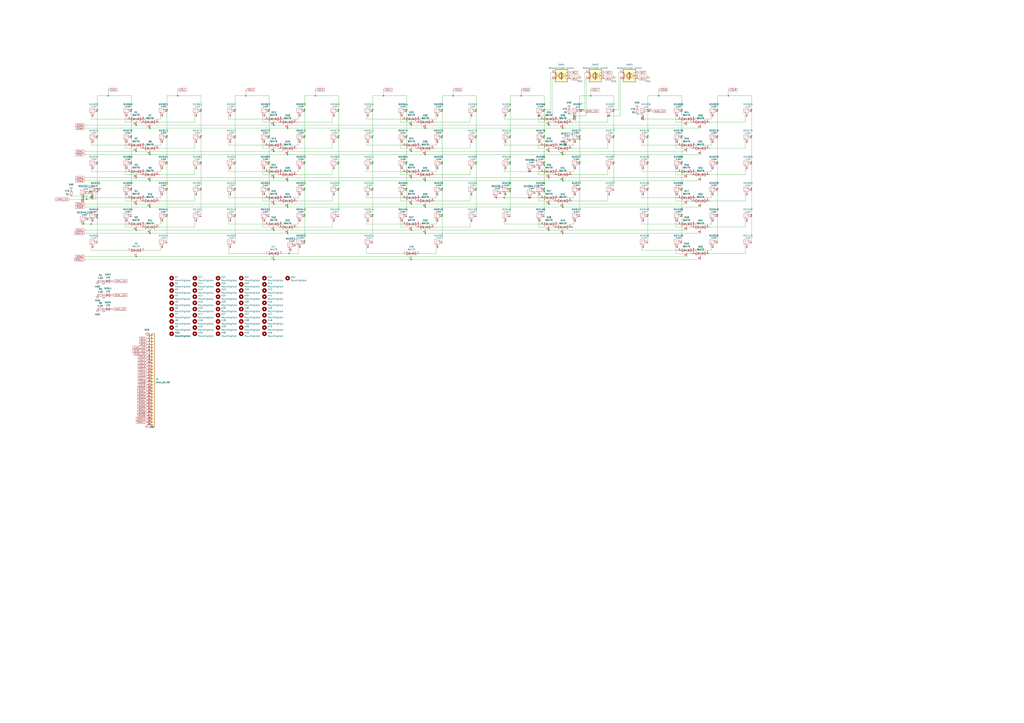
<source format=kicad_sch>
(kicad_sch (version 20211123) (generator eeschema)
  (paper "A1")
  (junction (at 560.07 154.94))
  (junction (at 363.22 133.35))
  (junction (at 349.25 148.59))
  (junction (at 111.76 189.23))
  (junction (at 201.93 78.74))
  (junction (at 80.01 111.76))
  (junction (at 250.19 176.53))
  (junction (at 337.82 102.87))
  (junction (at 74.93 184.15))
  (junction (at 598.17 78.74))
  (junction (at 447.04 157.48))
  (junction (at 504.19 90.17))
  (junction (at 137.16 176.53))
  (junction (at 617.22 90.17))
  (junction (at 193.04 111.76))
  (junction (at 220.98 154.94))
  (junction (at 447.04 111.76))
  (junction (at 224.79 146.05))
  (junction (at 306.07 154.94))
  (junction (at 363.22 176.53))
  (junction (at 337.82 213.36))
  (junction (at 111.76 102.87))
  (junction (at 441.96 95.25))
  (junction (at 532.13 111.76))
  (junction (at 391.16 111.76))
  (junction (at 80.01 90.17))
  (junction (at 450.85 167.64))
  (junction (at 447.04 133.35))
  (junction (at 447.04 135.89))
  (junction (at 224.79 213.36))
  (junction (at 123.19 105.41))
  (junction (at 250.19 198.12))
  (junction (at 74.93 162.56))
  (junction (at 306.07 176.53))
  (junction (at 419.1 133.35))
  (junction (at 250.19 111.76))
  (junction (at 137.16 90.17))
  (junction (at 278.13 133.35))
  (junction (at 414.02 162.56))
  (junction (at 278.13 111.76))
  (junction (at 337.82 124.46))
  (junction (at 447.04 90.17))
  (junction (at 111.76 210.82))
  (junction (at 123.19 191.77))
  (junction (at 224.79 189.23))
  (junction (at 532.13 176.53))
  (junction (at 450.85 124.46))
  (junction (at 391.16 133.35))
  (junction (at 476.25 114.3))
  (junction (at 80.01 154.94))
  (junction (at 107.95 133.35))
  (junction (at 250.19 133.35))
  (junction (at 462.28 105.41))
  (junction (at 419.1 90.17))
  (junction (at 224.79 102.87))
  (junction (at 589.28 176.53))
  (junction (at 334.01 111.76))
  (junction (at 193.04 90.17))
  (junction (at 476.25 154.94))
  (junction (at 236.22 170.18))
  (junction (at 236.22 105.41))
  (junction (at 349.25 105.41))
  (junction (at 450.85 102.87))
  (junction (at 236.22 127))
  (junction (at 278.13 90.17))
  (junction (at 363.22 90.17))
  (junction (at 485.14 78.74))
  (junction (at 447.04 154.94))
  (junction (at 532.13 154.94))
  (junction (at 123.19 148.59))
  (junction (at 314.96 78.74))
  (junction (at 391.16 90.17))
  (junction (at 165.1 154.94))
  (junction (at 589.28 90.17))
  (junction (at 617.22 133.35))
  (junction (at 560.07 90.17))
  (junction (at 504.19 111.76))
  (junction (at 80.01 176.53))
  (junction (at 123.19 170.18))
  (junction (at 111.76 146.05))
  (junction (at 236.22 148.59))
  (junction (at 499.11 95.25))
  (junction (at 504.19 133.35))
  (junction (at 462.28 191.77))
  (junction (at 450.85 189.23))
  (junction (at 617.22 111.76))
  (junction (at 224.79 167.64))
  (junction (at 589.28 111.76))
  (junction (at 532.13 90.17))
  (junction (at 617.22 154.94))
  (junction (at 80.01 179.07))
  (junction (at 107.95 90.17))
  (junction (at 427.99 78.74))
  (junction (at 462.28 127))
  (junction (at 349.25 170.18))
  (junction (at 165.1 90.17))
  (junction (at 532.13 133.35))
  (junction (at 349.25 191.77))
  (junction (at 337.82 167.64))
  (junction (at 306.07 111.76))
  (junction (at 337.82 146.05))
  (junction (at 334.01 90.17))
  (junction (at 68.58 161.29))
  (junction (at 419.1 157.48))
  (junction (at 419.1 154.94))
  (junction (at 107.95 154.94))
  (junction (at 463.55 119.38))
  (junction (at 80.01 157.48))
  (junction (at 306.07 133.35))
  (junction (at 193.04 176.53))
  (junction (at 80.01 133.35))
  (junction (at 236.22 191.77))
  (junction (at 476.25 133.35))
  (junction (at 111.76 167.64))
  (junction (at 434.34 162.56))
  (junction (at 450.85 146.05))
  (junction (at 137.16 133.35))
  (junction (at 476.25 90.17))
  (junction (at 462.28 148.59))
  (junction (at 123.19 127))
  (junction (at 617.22 176.53))
  (junction (at 306.07 90.17))
  (junction (at 259.08 78.74))
  (junction (at 589.28 154.94))
  (junction (at 137.16 111.76))
  (junction (at 71.12 163.83))
  (junction (at 165.1 111.76))
  (junction (at 363.22 154.94))
  (junction (at 337.82 189.23))
  (junction (at 224.79 124.46))
  (junction (at 278.13 154.94))
  (junction (at 220.98 133.35))
  (junction (at 434.34 140.97))
  (junction (at 541.02 78.74))
  (junction (at 88.9 78.74))
  (junction (at 165.1 133.35))
  (junction (at 363.22 111.76))
  (junction (at 372.11 78.74))
  (junction (at 589.28 133.35))
  (junction (at 250.19 90.17))
  (junction (at 560.07 111.76))
  (junction (at 250.19 154.94))
  (junction (at 471.17 95.25))
  (junction (at 334.01 133.35))
  (junction (at 237.49 208.28))
  (junction (at 476.25 111.76))
  (junction (at 107.95 111.76))
  (junction (at 137.16 154.94))
  (junction (at 391.16 154.94))
  (junction (at 334.01 154.94))
  (junction (at 193.04 133.35))
  (junction (at 419.1 111.76))
  (junction (at 560.07 133.35))
  (junction (at 560.07 176.53))
  (junction (at 462.28 170.18))
  (junction (at 220.98 90.17))
  (junction (at 193.04 154.94))
  (junction (at 349.25 127))
  (junction (at 220.98 111.76))
  (junction (at 111.76 124.46))
  (junction (at 146.05 78.74))
  (no_connect (at 469.9 186.69))
  (wire (pts (xy 554.99 138.43) (xy 554.99 143.51)))
  (wire (pts (xy 345.44 208.28) (xy 358.14 208.28)))
  (wire (pts (xy 111.76 189.23) (xy 224.79 189.23)))
  (wire (pts (xy 337.82 102.87) (xy 450.85 102.87)))
  (wire (pts (xy 612.14 100.33) (xy 582.93 100.33)))
  (wire (pts (xy 337.82 124.46) (xy 450.85 124.46)))
  (wire (pts (xy 441.96 165.1) (xy 454.66 165.1)))
  (wire (pts (xy 330.2 162.56) (xy 300.99 162.56)))
  (wire (pts (xy 224.79 167.64) (xy 337.82 167.64)))
  (wire (pts (xy 215.9 100.33) (xy 228.6 100.33)))
  (wire (pts (xy 386.08 121.92) (xy 356.87 121.92)))
  (wire (pts (xy 215.9 116.84) (xy 215.9 121.92)))
  (wire (pts (xy 485.14 73.66) (xy 485.14 78.74)))
  (wire (pts (xy 617.22 111.76) (xy 617.22 133.35)))
  (wire (pts (xy 80.01 179.07) (xy 80.01 198.12)))
  (wire (pts (xy 554.99 143.51) (xy 567.69 143.51)))
  (wire (pts (xy 427.99 78.74) (xy 419.1 78.74)))
  (wire (pts (xy 215.9 181.61) (xy 215.9 186.69)))
  (wire (pts (xy 78.74 163.83) (xy 71.12 163.83)))
  (wire (pts (xy 58.42 161.29) (xy 68.58 161.29)))
  (wire (pts (xy 69.85 213.36) (xy 224.79 213.36)))
  (wire (pts (xy 273.05 95.25) (xy 273.05 100.33)))
  (wire (pts (xy 123.19 170.18) (xy 236.22 170.18)))
  (wire (pts (xy 74.93 205.74) (xy 104.14 205.74)))
  (wire (pts (xy 224.79 124.46) (xy 337.82 124.46)))
  (wire (pts (xy 69.85 148.59) (xy 123.19 148.59)))
  (wire (pts (xy 132.08 203.2) (xy 132.08 205.74)))
  (wire (pts (xy 386.08 95.25) (xy 386.08 100.33)))
  (wire (pts (xy 532.13 78.74) (xy 532.13 90.17)))
  (wire (pts (xy 123.19 148.59) (xy 236.22 148.59)))
  (wire (pts (xy 527.05 181.61) (xy 527.05 184.15)))
  (wire (pts (xy 363.22 133.35) (xy 363.22 154.94)))
  (wire (pts (xy 250.19 133.35) (xy 250.19 154.94)))
  (wire (pts (xy 441.96 186.69) (xy 441.96 181.61)))
  (wire (pts (xy 250.19 90.17) (xy 250.19 111.76)))
  (wire (pts (xy 439.42 157.48) (xy 447.04 157.48)))
  (wire (pts (xy 146.05 78.74) (xy 137.16 78.74)))
  (wire (pts (xy 582.93 186.69) (xy 612.14 186.69)))
  (wire (pts (xy 471.17 97.79) (xy 458.47 97.79)))
  (wire (pts (xy 349.25 105.41) (xy 462.28 105.41)))
  (wire (pts (xy 560.07 133.35) (xy 560.07 154.94)))
  (wire (pts (xy 419.1 154.94) (xy 419.1 157.48)))
  (wire (pts (xy 69.85 102.87) (xy 111.76 102.87)))
  (wire (pts (xy 527.05 119.38) (xy 556.26 119.38)))
  (wire (pts (xy 471.17 184.15) (xy 458.47 184.15)))
  (wire (pts (xy 273.05 186.69) (xy 243.84 186.69)))
  (wire (pts (xy 107.95 78.74) (xy 107.95 90.17)))
  (wire (pts (xy 485.14 78.74) (xy 504.19 78.74)))
  (wire (pts (xy 363.22 78.74) (xy 363.22 90.17)))
  (wire (pts (xy 245.11 162.56) (xy 232.41 162.56)))
  (wire (pts (xy 74.93 181.61) (xy 74.93 184.15)))
  (wire (pts (xy 69.85 170.18) (xy 123.19 170.18)))
  (wire (pts (xy 328.93 143.51) (xy 341.63 143.51)))
  (wire (pts (xy 476.25 154.94) (xy 476.25 176.53)))
  (wire (pts (xy 201.93 78.74) (xy 220.98 78.74)))
  (wire (pts (xy 215.9 95.25) (xy 215.9 100.33)))
  (wire (pts (xy 471.17 95.25) (xy 471.17 97.79)))
  (wire (pts (xy 69.85 127) (xy 123.19 127)))
  (wire (pts (xy 391.16 90.17) (xy 391.16 111.76)))
  (wire (pts (xy 334.01 90.17) (xy 334.01 111.76)))
  (wire (pts (xy 584.2 140.97) (xy 571.5 140.97)))
  (wire (pts (xy 411.48 157.48) (xy 419.1 157.48)))
  (wire (pts (xy 69.85 189.23) (xy 111.76 189.23)))
  (wire (pts (xy 328.93 116.84) (xy 328.93 121.92)))
  (wire (pts (xy 391.16 154.94) (xy 391.16 176.53)))
  (wire (pts (xy 250.19 176.53) (xy 250.19 198.12)))
  (wire (pts (xy 567.69 165.1) (xy 554.99 165.1)))
  (wire (pts (xy 160.02 181.61) (xy 160.02 186.69)))
  (wire (pts (xy 485.14 78.74) (xy 476.25 78.74)))
  (wire (pts (xy 612.14 95.25) (xy 612.14 100.33)))
  (wire (pts (xy 111.76 210.82) (xy 563.88 210.82)))
  (wire (pts (xy 419.1 157.48) (xy 419.1 176.53)))
  (wire (pts (xy 72.39 179.07) (xy 80.01 179.07)))
  (wire (pts (xy 245.11 119.38) (xy 232.41 119.38)))
  (wire (pts (xy 504.19 133.35) (xy 504.19 154.94)))
  (wire (pts (xy 334.01 111.76) (xy 334.01 133.35)))
  (wire (pts (xy 434.34 140.97) (xy 443.23 140.97)))
  (wire (pts (xy 69.85 167.64) (xy 111.76 167.64)))
  (wire (pts (xy 584.2 116.84) (xy 584.2 119.38)))
  (wire (pts (xy 450.85 124.46) (xy 563.88 124.46)))
  (wire (pts (xy 584.2 162.56) (xy 584.2 160.02)))
  (wire (pts (xy 427.99 78.74) (xy 447.04 78.74)))
  (wire (pts (xy 541.02 73.66) (xy 541.02 78.74)))
  (wire (pts (xy 499.11 95.25) (xy 499.11 100.33)))
  (wire (pts (xy 80.01 176.53) (xy 80.01 179.07)))
  (wire (pts (xy 328.93 186.69) (xy 341.63 186.69)))
  (wire (pts (xy 165.1 90.17) (xy 165.1 111.76)))
  (wire (pts (xy 137.16 90.17) (xy 137.16 111.76)))
  (wire (pts (xy 306.07 90.17) (xy 306.07 111.76)))
  (wire (pts (xy 414.02 184.15) (xy 443.23 184.15)))
  (wire (pts (xy 454.66 186.69) (xy 441.96 186.69)))
  (wire (pts (xy 132.08 97.79) (xy 119.38 97.79)))
  (wire (pts (xy 560.07 154.94) (xy 560.07 176.53)))
  (wire (pts (xy 187.96 138.43) (xy 187.96 140.97)))
  (wire (pts (xy 386.08 160.02) (xy 386.08 165.1)))
  (wire (pts (xy 453.39 95.25) (xy 441.96 95.25)))
  (wire (pts (xy 471.17 119.38) (xy 463.55 119.38)))
  (wire (pts (xy 471.17 181.61) (xy 471.17 184.15)))
  (wire (pts (xy 132.08 95.25) (xy 132.08 97.79)))
  (wire (pts (xy 137.16 133.35) (xy 137.16 154.94)))
  (wire (pts (xy 504.19 90.17) (xy 504.19 111.76)))
  (wire (pts (xy 391.16 111.76) (xy 391.16 133.35)))
  (wire (pts (xy 74.93 140.97) (xy 104.14 140.97)))
  (wire (pts (xy 612.14 208.28) (xy 582.93 208.28)))
  (wire (pts (xy 406.4 162.56) (xy 414.02 162.56)))
  (wire (pts (xy 300.99 119.38) (xy 330.2 119.38)))
  (wire (pts (xy 358.14 140.97) (xy 345.44 140.97)))
  (wire (pts (xy 236.22 191.77) (xy 349.25 191.77)))
  (wire (pts (xy 137.16 154.94) (xy 137.16 176.53)))
  (wire (pts (xy 414.02 140.97) (xy 434.34 140.97)))
  (wire (pts (xy 509.27 59.69) (xy 508 59.69)))
  (wire (pts (xy 102.87 186.69) (xy 115.57 186.69)))
  (wire (pts (xy 74.93 95.25) (xy 74.93 97.79)))
  (wire (pts (xy 245.11 97.79) (xy 232.41 97.79)))
  (wire (pts (xy 187.96 97.79) (xy 217.17 97.79)))
  (wire (pts (xy 419.1 90.17) (xy 419.1 111.76)))
  (wire (pts (xy 612.14 165.1) (xy 612.14 160.02)))
  (wire (pts (xy 132.08 140.97) (xy 119.38 140.97)))
  (wire (pts (xy 245.11 116.84) (xy 245.11 119.38)))
  (wire (pts (xy 372.11 78.74) (xy 363.22 78.74)))
  (wire (pts (xy 476.25 111.76) (xy 476.25 114.3)))
  (wire (pts (xy 314.96 78.74) (xy 334.01 78.74)))
  (wire (pts (xy 617.22 154.94) (xy 617.22 176.53)))
  (wire (pts (xy 273.05 100.33) (xy 243.84 100.33)))
  (wire (pts (xy 447.04 111.76) (xy 447.04 133.35)))
  (wire (pts (xy 245.11 160.02) (xy 245.11 162.56)))
  (wire (pts (xy 160.02 138.43) (xy 160.02 143.51)))
  (wire (pts (xy 414.02 119.38) (xy 443.23 119.38)))
  (wire (pts (xy 160.02 121.92) (xy 130.81 121.92)))
  (wire (pts (xy 476.25 114.3) (xy 476.25 133.35)))
  (wire (pts (xy 160.02 116.84) (xy 160.02 121.92)))
  (wire (pts (xy 554.99 208.28) (xy 567.69 208.28)))
  (wire (pts (xy 589.28 111.76) (xy 589.28 133.35)))
  (wire (pts (xy 476.25 90.17) (xy 476.25 111.76)))
  (wire (pts (xy 372.11 78.74) (xy 391.16 78.74)))
  (wire (pts (xy 146.05 73.66) (xy 146.05 78.74)))
  (wire (pts (xy 250.19 200.66) (xy 250.19 198.12)))
  (wire (pts (xy 187.96 160.02) (xy 187.96 162.56)))
  (wire (pts (xy 450.85 167.64) (xy 563.88 167.64)))
  (wire (pts (xy 306.07 133.35) (xy 306.07 154.94)))
  (wire (pts (xy 217.17 208.28) (xy 187.96 208.28)))
  (wire (pts (xy 480.06 90.17) (xy 476.25 90.17)))
  (wire (pts (xy 560.07 78.74) (xy 560.07 90.17)))
  (wire (pts (xy 215.9 138.43) (xy 215.9 143.51)))
  (wire (pts (xy 220.98 111.76) (xy 220.98 133.35)))
  (wire (pts (xy 107.95 111.76) (xy 107.95 133.35)))
  (wire (pts (xy 414.02 97.79) (xy 443.23 97.79)))
  (wire (pts (xy 220.98 90.17) (xy 220.98 111.76)))
  (wire (pts (xy 462.28 191.77) (xy 575.31 191.77)))
  (wire (pts (xy 123.19 191.77) (xy 236.22 191.77)))
  (wire (pts (xy 250.19 78.74) (xy 250.19 90.17)))
  (wire (pts (xy 160.02 186.69) (xy 130.81 186.69)))
  (wire (pts (xy 273.05 143.51) (xy 243.84 143.51)))
  (wire (pts (xy 102.87 160.02) (xy 102.87 165.1)))
  (wire (pts (xy 187.96 116.84) (xy 187.96 119.38)))
  (wire (pts (xy 612.14 186.69) (xy 612.14 181.61)))
  (wire (pts (xy 447.04 90.17) (xy 447.04 111.76)))
  (wire (pts (xy 349.25 170.18) (xy 462.28 170.18)))
  (wire (pts (xy 300.99 208.28) (xy 330.2 208.28)))
  (wire (pts (xy 560.07 176.53) (xy 560.07 198.12)))
  (wire (pts (xy 306.07 78.74) (xy 306.07 90.17)))
  (wire (pts (xy 242.57 200.66) (xy 250.19 200.66)))
  (wire (pts (xy 273.05 160.02) (xy 273.05 165.1)))
  (wire (pts (xy 137.16 78.74) (xy 137.16 90.17)))
  (wire (pts (xy 612.14 116.84) (xy 612.14 121.92)))
  (wire (pts (xy 441.96 116.84) (xy 441.96 121.92)))
  (wire (pts (xy 224.79 102.87) (xy 337.82 102.87)))
  (wire (pts (xy 328.93 100.33) (xy 341.63 100.33)))
  (wire (pts (xy 300.99 203.2) (xy 300.99 208.28)))
  (wire (pts (xy 441.96 143.51) (xy 454.66 143.51)))
  (wire (pts (xy 447.04 135.89) (xy 447.04 154.94)))
  (wire (pts (xy 453.39 64.77) (xy 453.39 95.25)))
  (wire (pts (xy 499.11 160.02) (xy 499.11 165.1)))
  (wire (pts (xy 273.05 116.84) (xy 273.05 121.92)))
  (wire (pts (xy 386.08 116.84) (xy 386.08 121.92)))
  (wire (pts (xy 468.63 62.23) (xy 476.25 62.23)))
  (wire (pts (xy 349.25 148.59) (xy 462.28 148.59)))
  (wire (pts (xy 300.99 97.79) (xy 330.2 97.79)))
  (wire (pts (xy 220.98 154.94) (xy 220.98 176.53)))
  (wire (pts (xy 132.08 181.61) (xy 132.08 184.15)))
  (wire (pts (xy 617.22 133.35) (xy 617.22 154.94)))
  (wire (pts (xy 499.11 121.92) (xy 469.9 121.92)))
  (wire (pts (xy 76.2 158.75) (xy 76.2 161.29)))
  (wire (pts (xy 236.22 105.41) (xy 349.25 105.41)))
  (wire (pts (xy 165.1 111.76) (xy 165.1 133.35)))
  (wire (pts (xy 453.39 59.69) (xy 452.12 59.69)))
  (wire (pts (xy 358.14 184.15) (xy 345.44 184.15)))
  (wire (pts (xy 532.13 176.53) (xy 532.13 198.12)))
  (wire (pts (xy 467.36 93.98) (xy 472.44 93.98)))
  (wire (pts (xy 452.12 59.69) (xy 452.12 90.17)))
  (wire (pts (xy 509.27 64.77) (xy 509.27 95.25)))
  (wire (pts (xy 391.16 133.35) (xy 391.16 154.94)))
  (wire (pts (xy 598.17 73.66) (xy 598.17 78.74)))
  (wire (pts (xy 78.74 156.21) (xy 78.74 163.83)))
  (wire (pts (xy 358.14 95.25) (xy 358.14 97.79)))
  (wire (pts (xy 102.87 181.61) (xy 102.87 186.69)))
  (wire (pts (xy 414.02 95.25) (xy 414.02 97.79)))
  (wire (pts (xy 146.05 78.74) (xy 165.1 78.74)))
  (wire (pts (xy 499.11 165.1) (xy 469.9 165.1)))
  (wire (pts (xy 447.04 133.35) (xy 447.04 135.89)))
  (wire (pts (xy 220.98 133.35) (xy 220.98 154.94)))
  (wire (pts (xy 137.16 111.76) (xy 137.16 133.35)))
  (wire (pts (xy 88.9 73.66) (xy 88.9 78.74)))
  (wire (pts (xy 527.05 138.43) (xy 527.05 140.97)))
  (wire (pts (xy 236.22 148.59) (xy 349.25 148.59)))
  (wire (pts (xy 504.19 111.76) (xy 504.19 133.35)))
  (wire (pts (xy 471.17 162.56) (xy 458.47 162.56)))
  (wire (pts (xy 439.42 135.89) (xy 447.04 135.89)))
  (wire (pts (xy 589.28 90.17) (xy 589.28 111.76)))
  (wire (pts (xy 278.13 133.35) (xy 278.13 154.94)))
  (wire (pts (xy 187.96 208.28) (xy 187.96 203.2)))
  (wire (pts (xy 314.96 73.66) (xy 314.96 78.74)))
  (wire (pts (xy 300.99 116.84) (xy 300.99 119.38)))
  (wire (pts (xy 527.05 97.79) (xy 527.05 95.25)))
  (wire (pts (xy 193.04 111.76) (xy 193.04 133.35)))
  (wire (pts (xy 508 59.69) (xy 508 90.17)))
  (wire (pts (xy 499.11 138.43) (xy 499.11 143.51)))
  (wire (pts (xy 462.28 170.18) (xy 575.31 170.18)))
  (wire (pts (xy 300.99 181.61) (xy 300.99 184.15)))
  (wire (pts (xy 69.85 146.05) (xy 111.76 146.05)))
  (wire (pts (xy 80.01 111.76) (xy 80.01 133.35)))
  (wire (pts (xy 584.2 97.79) (xy 571.5 97.79)))
  (wire (pts (xy 462.28 148.59) (xy 575.31 148.59)))
  (wire (pts (xy 617.22 90.17) (xy 617.22 111.76)))
  (wire (pts (xy 414.02 116.84) (xy 414.02 119.38)))
  (wire (pts (xy 582.93 165.1) (xy 612.14 165.1)))
  (wire (pts (xy 496.57 62.23) (xy 504.19 62.23)))
  (wire (pts (xy 386.08 181.61) (xy 386.08 186.69)))
  (wire (pts (xy 584.2 184.15) (xy 571.5 184.15)))
  (wire (pts (xy 273.05 138.43) (xy 273.05 143.51)))
  (wire (pts (xy 441.96 138.43) (xy 441.96 143.51)))
  (wire (pts (xy 499.11 143.51) (xy 469.9 143.51)))
  (wire (pts (xy 560.07 90.17) (xy 560.07 111.76)))
  (wire (pts (xy 102.87 100.33) (xy 115.57 100.33)))
  (wire (pts (xy 450.85 102.87) (xy 563.88 102.87)))
  (wire (pts (xy 300.99 184.15) (xy 330.2 184.15)))
  (wire (pts (xy 259.08 78.74) (xy 250.19 78.74)))
  (wire (pts (xy 554.99 100.33) (xy 567.69 100.33)))
  (wire (pts (xy 481.33 59.69) (xy 480.06 59.69)))
  (wire (pts (xy 74.93 160.02) (xy 74.93 162.56)))
  (wire (pts (xy 463.55 119.38) (xy 458.47 119.38)))
  (wire (pts (xy 447.04 78.74) (xy 447.04 90.17)))
  (wire (pts (xy 450.85 189.23) (xy 563.88 189.23)))
  (wire (pts (xy 571.5 162.56) (xy 584.2 162.56)))
  (wire (pts (xy 471.17 138.43) (xy 471.17 140.97)))
  (wire (pts (xy 414.02 138.43) (xy 414.02 140.97)))
  (wire (pts (xy 80.01 154.94) (xy 80.01 157.48)))
  (wire (pts (xy 74.93 162.56) (xy 104.14 162.56)))
  (wire (pts (xy 306.07 111.76) (xy 306.07 133.35)))
  (wire (pts (xy 67.31 184.15) (xy 74.93 184.15)))
  (wire (pts (xy 530.86 91.44) (xy 535.94 91.44)))
  (wire (pts (xy 300.99 140.97) (xy 300.99 138.43)))
  (wire (pts (xy 584.2 205.74) (xy 571.5 205.74)))
  (wire (pts (xy 386.08 186.69) (xy 356.87 186.69)))
  (wire (pts (xy 111.76 146.05) (xy 224.79 146.05)))
  (wire (pts (xy 386.08 100.33) (xy 356.87 100.33)))
  (wire (pts (xy 123.19 105.41) (xy 236.22 105.41)))
  (wire (pts (xy 567.69 186.69) (xy 554.99 186.69)))
  (wire (pts (xy 334.01 133.35) (xy 334.01 154.94)))
  (wire (pts (xy 220.98 78.74) (xy 220.98 90.17)))
  (wire (pts (xy 102.87 116.84) (xy 102.87 121.92)))
  (wire (pts (xy 278.13 154.94) (xy 278.13 176.53)))
  (wire (pts (xy 452.12 90.17) (xy 447.04 90.17)))
  (wire (pts (xy 358.14 119.38) (xy 345.44 119.38)))
  (wire (pts (xy 556.26 97.79) (xy 527.05 97.79)))
  (wire (pts (xy 328.93 95.25) (xy 328.93 100.33)))
  (wire (pts (xy 102.87 121.92) (xy 115.57 121.92)))
  (wire (pts (xy 617.22 176.53) (xy 617.22 198.12)))
  (wire (pts (xy 363.22 154.94) (xy 363.22 176.53)))
  (wire (pts (xy 74.93 138.43) (xy 74.93 140.97)))
  (wire (pts (xy 300.99 95.25) (xy 300.99 97.79)))
  (wire (pts (xy 450.85 146.05) (xy 563.88 146.05)))
  (wire (pts (xy 441.96 95.25) (xy 441.96 100.33)))
  (wire (pts (xy 363.22 111.76) (xy 363.22 133.35)))
  (wire (pts (xy 132.08 119.38) (xy 119.38 119.38)))
  (wire (pts (xy 273.05 121.92) (xy 243.84 121.92)))
  (wire (pts (xy 165.1 154.94) (xy 165.1 176.53)))
  (wire (pts (xy 541.02 78.74) (xy 560.07 78.74)))
  (wire (pts (xy 102.87 143.51) (xy 115.57 143.51)))
  (wire (pts (xy 589.28 133.35) (xy 589.28 154.94)))
  (wire (pts (xy 363.22 176.53) (xy 363.22 198.12)))
  (wire (pts (xy 598.17 78.74) (xy 617.22 78.74)))
  (wire (pts (xy 278.13 111.76) (xy 278.13 133.35)))
  (wire (pts (xy 111.76 124.46) (xy 224.79 124.46)))
  (wire (pts (xy 278.13 78.74) (xy 278.13 90.17)))
  (wire (pts (xy 76.2 161.29) (xy 68.58 161.29)))
  (wire (pts (xy 419.1 111.76) (xy 419.1 133.35)))
  (wire (pts (xy 554.99 95.25) (xy 554.99 100.33)))
  (wire (pts (xy 481.33 64.77) (xy 481.33 95.25)))
  (wire (pts (xy 102.87 95.25) (xy 102.87 100.33)))
  (wire (pts (xy 589.28 78.74) (xy 589.28 90.17)))
  (wire (pts (xy 88.9 78.74) (xy 80.01 78.74)))
  (wire (pts (xy 471.17 160.02) (xy 471.17 162.56)))
  (wire (pts (xy 107.95 133.35) (xy 107.95 154.94)))
  (wire (pts (xy 232.41 208.28) (xy 237.49 208.28)))
  (wire (pts (xy 527.05 184.15) (xy 556.26 184.15)))
  (wire (pts (xy 259.08 78.74) (xy 278.13 78.74)))
  (wire (pts (xy 123.19 127) (xy 236.22 127)))
  (wire (pts (xy 74.93 97.79) (xy 104.14 97.79)))
  (wire (pts (xy 509.27 95.25) (xy 499.11 95.25)))
  (wire (pts (xy 80.01 90.17) (xy 80.01 111.76)))
  (wire (pts (xy 187.96 162.56) (xy 217.17 162.56)))
  (wire (pts (xy 476.25 133.35) (xy 476.25 154.94)))
  (wire (pts (xy 193.04 78.74) (xy 193.04 90.17)))
  (wire (pts (xy 237.49 205.74) (xy 237.49 208.28)))
  (wire (pts (xy 386.08 138.43) (xy 386.08 143.51)))
  (wire (pts (xy 554.99 165.1) (xy 554.99 160.02)))
  (wire (pts (xy 69.85 210.82) (xy 111.76 210.82)))
  (wire (pts (xy 201.93 78.74) (xy 193.04 78.74)))
  (wire (pts (xy 532.13 133.35) (xy 532.13 154.94)))
  (wire (pts (xy 617.22 78.74) (xy 617.22 90.17)))
  (wire (pts (xy 187.96 181.61) (xy 187.96 184.15)))
  (wire (pts (xy 358.14 97.79) (xy 345.44 97.79)))
  (wire (pts (xy 88.9 78.74) (xy 107.95 78.74)))
  (wire (pts (xy 328.93 181.61) (xy 328.93 186.69)))
  (wire (pts (xy 132.08 116.84) (xy 132.08 119.38)))
  (wire (pts (xy 480.06 59.69) (xy 480.06 90.17)))
  (wire (pts (xy 474.98 91.44) (xy 480.06 91.44)))
  (wire (pts (xy 245.11 208.28) (xy 245.11 203.2)))
  (wire (pts (xy 250.19 154.94) (xy 250.19 176.53)))
  (wire (pts (xy 137.16 176.53) (xy 137.16 198.12)))
  (wire (pts (xy 334.01 154.94) (xy 334.01 176.53)))
  (wire (pts (xy 328.93 160.02) (xy 328.93 165.1)))
  (wire (pts (xy 80.01 78.74) (xy 80.01 90.17)))
  (wire (pts (xy 328.93 121.92) (xy 341.63 121.92)))
  (wire (pts (xy 334.01 78.74) (xy 334.01 90.17)))
  (wire (pts (xy 107.95 154.94) (xy 107.95 176.53)))
  (wire (pts (xy 236.22 127) (xy 349.25 127)))
  (wire (pts (xy 532.13 154.94) (xy 532.13 176.53)))
  (wire (pts (xy 215.9 121.92) (xy 228.6 121.92)))
  (wire (pts (xy 504.19 78.74) (xy 504.19 90.17)))
  (wire (pts (xy 132.08 138.43) (xy 132.08 140.97)))
  (wire (pts (xy 584.2 181.61) (xy 584.2 184.15)))
  (wire (pts (xy 391.16 78.74) (xy 391.16 90.17)))
  (wire (pts (xy 462.28 105.41) (xy 575.31 105.41)))
  (wire (pts (xy 358.14 181.61) (xy 358.14 184.15)))
  (wire (pts (xy 245.11 140.97) (xy 232.41 140.97)))
  (wire (pts (xy 224.79 213.36) (xy 337.82 213.36)))
  (wire (pts (xy 527.05 203.2) (xy 527.05 205.74)))
  (wire (pts (xy 554.99 203.2) (xy 554.99 208.28)))
  (wire (pts (xy 306.07 154.94) (xy 306.07 176.53)))
  (wire (pts (xy 193.04 154.94) (xy 193.04 176.53)))
  (wire (pts (xy 532.13 90.17) (xy 532.13 111.76)))
  (wire (pts (xy 527.05 116.84) (xy 527.05 119.38)))
  (wire (pts (xy 80.01 157.48) (xy 80.01 176.53)))
  (wire (pts (xy 187.96 95.25) (xy 187.96 97.79)))
  (wire (pts (xy 245.11 138.43) (xy 245.11 140.97)))
  (wire (pts (xy 532.13 111.76) (xy 532.13 133.35)))
  (wire (pts (xy 237.49 208.28) (xy 245.11 208.28)))
  (wire (pts (xy 245.11 181.61) (xy 245.11 184.15)))
  (wire (pts (xy 523.24 93.98) (xy 528.32 93.98)))
  (wire (pts (xy 193.04 133.35) (xy 193.04 154.94)))
  (wire (pts (xy 74.93 119.38) (xy 104.14 119.38)))
  (wire (pts (xy 201.93 73.66) (xy 201.93 78.74)))
  (wire (pts (xy 187.96 140.97) (xy 217.17 140.97)))
  (wire (pts (xy 358.14 208.28) (xy 358.14 203.2)))
  (wire (pts (xy 584.2 138.43) (xy 584.2 140.97)))
  (wire (pts (xy 481.33 95.25) (xy 471.17 95.25)))
  (wire (pts (xy 434.34 162.56) (xy 443.23 162.56)))
  (wire (pts (xy 589.28 154.94) (xy 589.28 176.53)))
  (wire (pts (xy 476.25 78.74) (xy 476.25 90.17)))
  (wire (pts (xy 427.99 73.66) (xy 427.99 78.74)))
  (wire (pts (xy 504.19 90.17) (xy 508 90.17)))
  (wire (pts (xy 102.87 165.1) (xy 115.57 165.1)))
  (wire (pts (xy 447.04 157.48) (xy 447.04 176.53)))
  (wire (pts (xy 598.17 78.74) (xy 589.28 78.74)))
  (wire (pts (xy 328.93 138.43) (xy 328.93 143.51)))
  (wire (pts (xy 69.85 105.41) (xy 123.19 105.41)))
  (wire (pts (xy 132.08 162.56) (xy 119.38 162.56)))
  (wire (pts (xy 224.79 146.05) (xy 337.82 146.05)))
  (wire (pts (xy 612.14 203.2) (xy 612.14 208.28)))
  (wire (pts (xy 554.99 121.92) (xy 567.69 121.92)))
  (wire (pts (xy 328.93 165.1) (xy 341.63 165.1)))
  (wire (pts (xy 337.82 213.36) (xy 575.31 213.36)))
  (wire (pts (xy 527.05 140.97) (xy 556.26 140.97)))
  (wire (pts (xy 69.85 191.77) (xy 123.19 191.77)))
  (wire (pts (xy 441.96 160.02) (xy 441.96 165.1)))
  (wire (pts (xy 414.02 160.02) (xy 414.02 162.56)))
  (wire (pts (xy 386.08 143.51) (xy 356.87 143.51)))
  (wire (pts (xy 414.02 162.56) (xy 434.34 162.56)))
  (wire (pts (xy 259.08 73.66) (xy 259.08 78.74)))
  (wire (pts (xy 447.04 154.94) (xy 447.04 157.48)))
  (wire (pts (xy 111.76 102.87) (xy 224.79 102.87)))
  (wire (pts (xy 584.2 203.2) (xy 584.2 205.74)))
  (wire (pts (xy 612.14 143.51) (xy 582.93 143.51)))
  (wire (pts (xy 300.99 162.56) (xy 300.99 160.02)))
  (wire (pts (xy 273.05 165.1) (xy 243.84 165.1)))
  (wire (pts (xy 556.26 162.56) (xy 527.05 162.56)))
  (wire (pts (xy 132.08 205.74) (xy 119.38 205.74)))
  (wire (pts (xy 250.19 111.76) (xy 250.19 133.35)))
  (wire (pts (xy 107.95 90.17) (xy 107.95 111.76)))
  (wire (pts (xy 541.02 78.74) (xy 532.13 78.74)))
  (wire (pts (xy 471.17 140.97) (xy 458.47 140.97)))
  (wire (pts (xy 358.14 160.02) (xy 358.14 162.56)))
  (wire (pts (xy 71.12 163.83) (xy 57.15 163.83)))
  (wire (pts (xy 612.14 138.43) (xy 612.14 143.51)))
  (wire (pts (xy 419.1 133.35) (xy 419.1 154.94)))
  (wire (pts (xy 560.07 111.76) (xy 560.07 133.35)))
  (wire (pts (xy 462.28 127) (xy 575.31 127)))
  (wire (pts (xy 349.25 127) (xy 462.28 127)))
  (wire (pts (xy 386.08 165.1) (xy 356.87 165.1)))
  (wire (pts (xy 468.63 114.3) (xy 476.25 114.3)))
  (wire (pts (xy 102.87 138.43) (xy 102.87 143.51)))
  (wire (pts (xy 193.04 90.17) (xy 193.04 111.76)))
  (wire (pts (xy 278.13 90.17) (xy 278.13 111.76)))
  (wire (pts (xy 69.85 124.46) (xy 111.76 124.46)))
  (wire (pts (xy 273.05 181.61) (xy 273.05 186.69)))
  (wire (pts (xy 160.02 100.33) (xy 130.81 100.33)))
  (wire (pts (xy 419.1 78.74) (xy 419.1 90.17)))
  (wire (pts (xy 330.2 140.97) (xy 300.99 140.97)))
  (wire (pts (xy 499.11 116.84) (xy 499.11 121.92)))
  (wire (pts (xy 165.1 78.74) (xy 165.1 90.17)))
  (wire (pts (xy 74.93 184.15) (xy 104.14 184.15)))
  (wire (pts (xy 471.17 116.84) (xy 471.17 119.38)))
  (wire (pts (xy 441.96 121.92) (xy 454.66 121.92)))
  (wire (pts (xy 71.12 158.75) (xy 71.12 163.83)))
  (wire (pts (xy 245.11 184.15) (xy 232.41 184.15)))
  (wire (pts (xy 441.96 100.33) (xy 454.66 100.33)))
  (wire (pts (xy 584.2 95.25) (xy 584.2 97.79)))
  (wire (pts (xy 187.96 184.15) (xy 217.17 184.15)))
  (wire (pts (xy 111.76 167.64) (xy 224.79 167.64)))
  (wire (pts (xy 72.39 157.48) (xy 80.01 157.48)))
  (wire (pts (xy 160.02 143.51) (xy 130.81 143.51)))
  (wire (pts (xy 306.07 176.53) (xy 306.07 198.12)))
  (wire (pts (xy 349.25 191.77) (xy 462.28 191.77)))
  (wire (pts (xy 414.02 181.61) (xy 414.02 184.15)))
  (wire (pts (xy 236.22 170.18) (xy 349.25 170.18)))
  (wire (pts (xy 337.82 146.05) (xy 450.85 146.05)))
  (wire (pts (xy 358.14 162.56) (xy 345.44 162.56)))
  (wire (pts (xy 358.14 138.43) (xy 358.14 140.97)))
  (wire (pts (xy 160.02 95.25) (xy 160.02 100.33)))
  (wire (pts (xy 314.96 78.74) (xy 306.07 78.74)))
  (wire (pts (xy 74.93 116.84) (xy 74.93 119.38)))
  (wire (pts (xy 524.51 62.23) (xy 532.13 62.23)))
  (wire (pts (xy 132.08 160.02) (xy 132.08 162.56)))
  (wire (pts (xy 215.9 186.69) (xy 228.6 186.69)))
  (wire (pts (xy 215.9 143.51) (xy 228.6 143.51)))
  (wire (pts (xy 589.28 176.53) (xy 589.28 198.12)))
  (wire (pts (xy 584.2 119.38) (xy 571.5 119.38)))
  (wire (pts (xy 67.31 162.56) (xy 74.93 162.56)))
  (wire (pts (xy 612.14 121.92) (xy 582.93 121.92)))
  (wire (pts (xy 554.99 116.84) (xy 554.99 121.92)))
  (wire (pts (xy 160.02 165.1) (xy 130.81 165.1)))
  (wire (pts (xy 358.14 116.84) (xy 358.14 119.38)))
  (wire (pts (xy 527.05 205.74) (xy 556.26 205.74)))
  (wire (pts (xy 372.11 73.66) (xy 372.11 78.74)))
  (wire (pts (xy 337.82 167.64) (xy 450.85 167.64)))
  (wire (pts (xy 363.22 90.17) (xy 363.22 111.76)))
  (wire (pts (xy 337.82 189.23) (xy 450.85 189.23)))
  (wire (pts (xy 193.04 176.53) (xy 193.04 198.12)))
  (wire (pts (xy 160.02 160.02) (xy 160.02 165.1)))
  (wire (pts (xy 499.11 100.33) (xy 469.9 100.33)))
  (wire (pts (xy 187.96 119.38) (xy 217.17 119.38)))
  (wire (pts (xy 132.08 184.15) (xy 119.38 184.15)))
  (wire (pts (xy 224.79 189.23) (xy 337.82 189.23)))
  (wire (pts (xy 80.01 133.35) (xy 80.01 154.94)))
  (wire (pts (xy 554.99 186.69) (xy 554.99 181.61)))
  (wire (pts (xy 74.93 203.2) (xy 74.93 205.74)))
  (wire (pts (xy 165.1 133.35) (xy 165.1 154.94)))
  (wire (pts (xy 245.11 95.25) (xy 245.11 97.79)))
  (wire (pts (xy 215.9 165.1) (xy 228.6 165.1)))
  (wire (pts (xy 215.9 160.02) (xy 215.9 165.1)))
  (wire (pts (xy 527.05 162.56) (xy 527.05 160.02)))
  (global_label "RE1" (shape input) (at 496.57 59.69 0) (property "Intersheet References" "${INTERSHEET_REFS}" (effects hide)))
  (global_label "ROW11" (shape input) (at 120.65 346.71 180) (property "Intersheet References" "${INTERSHEET_REFS}" (effects hide)))
  (global_label "RE2" (shape input) (at 524.51 59.69 0) (property "Intersheet References" "${INTERSHEET_REFS}" (effects hide)))
  (global_label "COL1" (shape input) (at 120.65 295.91 180) (property "Intersheet References" "${INTERSHEET_REFS}" (effects hide)))
  (global_label "NUM_LED" (shape input) (at 535.94 91.44 0) (property "Intersheet References" "${INTERSHEET_REFS}" (effects hide)))
  (global_label "COL6" (shape input) (at 427.99 73.66 0) (property "Intersheet References" "${INTERSHEET_REFS}" (effects hide)))
  (global_label "COL7" (shape input) (at 120.65 311.15 180) (property "Intersheet References" "${INTERSHEET_REFS}" (effects hide)))
  (global_label "NUM_LED" (shape input) (at 120.65 290.83 180) (property "Intersheet References" "${INTERSHEET_REFS}" (effects hide)))
  (global_label "COL0" (shape input) (at 88.9 73.66 0) (property "Intersheet References" "${INTERSHEET_REFS}" (effects hide)))
  (global_label "ROW0" (shape input) (at 120.65 318.77 180) (property "Intersheet References" "${INTERSHEET_REFS}" (effects hide)))
  (global_label "RE1" (shape input) (at 468.63 59.69 0) (property "Intersheet References" "${INTERSHEET_REFS}" (effects hide)))
  (global_label "COL6" (shape input) (at 120.65 308.61 180) (property "Intersheet References" "${INTERSHEET_REFS}" (effects hide)))
  (global_label "ROW2" (shape input) (at 120.65 323.85 180) (property "Intersheet References" "${INTERSHEET_REFS}" (effects hide)))
  (global_label "SCRL_LED" (shape input) (at 120.65 288.29 180) (property "Intersheet References" "${INTERSHEET_REFS}" (effects hide)))
  (global_label "ROW10" (shape input) (at 120.65 344.17 180) (property "Intersheet References" "${INTERSHEET_REFS}" (effects hide)))
  (global_label "RE3" (shape input) (at 496.57 64.77 0) (property "Intersheet References" "${INTERSHEET_REFS}" (effects hide)))
  (global_label "COL8" (shape input) (at 541.02 73.66 0) (property "Intersheet References" "${INTERSHEET_REFS}" (effects hide)))
  (global_label "COL3" (shape input) (at 120.65 300.99 180) (property "Intersheet References" "${INTERSHEET_REFS}" (effects hide)))
  (global_label "COL4" (shape input) (at 120.65 303.53 180) (property "Intersheet References" "${INTERSHEET_REFS}" (effects hide)))
  (global_label "SCRL_LED" (shape input) (at 480.06 91.44 0) (property "Intersheet References" "${INTERSHEET_REFS}" (effects hide)))
  (global_label "RE3" (shape input) (at 524.51 64.77 0) (property "Intersheet References" "${INTERSHEET_REFS}" (effects hide)))
  (global_label "RE2" (shape input) (at 120.65 280.67 180) (property "Intersheet References" "${INTERSHEET_REFS}" (effects hide)))
  (global_label "NUM_LED" (shape input) (at 92.71 254 0) (property "Intersheet References" "${INTERSHEET_REFS}" (effects hide)))
  (global_label "ROW7" (shape input) (at 120.65 336.55 180) (property "Intersheet References" "${INTERSHEET_REFS}" (effects hide)))
  (global_label "RE1" (shape input) (at 120.65 278.13 180) (property "Intersheet References" "${INTERSHEET_REFS}" (effects hide)))
  (global_label "ROW3" (shape input) (at 69.85 167.64 180) (property "Intersheet References" "${INTERSHEET_REFS}" (effects hide)))
  (global_label "COL5" (shape input) (at 120.65 306.07 180) (property "Intersheet References" "${INTERSHEET_REFS}" (effects hide)))
  (global_label "ROW5" (shape input) (at 69.85 210.82 180) (property "Intersheet References" "${INTERSHEET_REFS}" (effects hide)))
  (global_label "CAPS_LED" (shape input) (at 92.71 231.14 0) (property "Intersheet References" "${INTERSHEET_REFS}" (effects hide)))
  (global_label "ROW5" (shape input) (at 120.65 331.47 180) (property "Intersheet References" "${INTERSHEET_REFS}" (effects hide)))
  (global_label "SCRL_LED" (shape input) (at 92.71 242.57 0) (property "Intersheet References" "${INTERSHEET_REFS}" (effects hide)))
  (global_label "ROW7" (shape input) (at 69.85 127 180) (property "Intersheet References" "${INTERSHEET_REFS}" (effects hide)))
  (global_label "ROW4" (shape input) (at 120.65 328.93 180) (property "Intersheet References" "${INTERSHEET_REFS}" (effects hide)))
  (global_label "ROW4" (shape input) (at 69.85 189.23 180) (property "Intersheet References" "${INTERSHEET_REFS}" (effects hide)))
  (global_label "RE2" (shape input) (at 468.63 64.77 0) (property "Intersheet References" "${INTERSHEET_REFS}" (effects hide)))
  (global_label "COL7" (shape input) (at 485.14 73.66 0) (property "Intersheet References" "${INTERSHEET_REFS}" (effects hide)))
  (global_label "ROW9" (shape input) (at 120.65 341.63 180) (property "Intersheet References" "${INTERSHEET_REFS}" (effects hide)))
  (global_label "ROW0" (shape input) (at 69.85 102.87 180) (property "Intersheet References" "${INTERSHEET_REFS}" (effects hide)))
  (global_label "ROW1" (shape input) (at 120.65 321.31 180) (property "Intersheet References" "${INTERSHEET_REFS}" (effects hide)))
  (global_label "COL3" (shape input) (at 259.08 73.66 0) (property "Intersheet References" "${INTERSHEET_REFS}" (effects hide)))
  (global_label "ROW2" (shape input) (at 69.85 146.05 180) (property "Intersheet References" "${INTERSHEET_REFS}" (effects hide)))
  (global_label "ROW3" (shape input) (at 120.65 326.39 180) (property "Intersheet References" "${INTERSHEET_REFS}" (effects hide)))
  (global_label "COL8" (shape input) (at 120.65 313.69 180) (property "Intersheet References" "${INTERSHEET_REFS}" (effects hide)))
  (global_label "ROW6" (shape input) (at 69.85 105.41 180) (property "Intersheet References" "${INTERSHEET_REFS}" (effects hide)))
  (global_label "COL9" (shape input) (at 598.17 73.66 0) (property "Intersheet References" "${INTERSHEET_REFS}" (effects hide)))
  (global_label "COL2" (shape input) (at 201.93 73.66 0) (property "Intersheet References" "${INTERSHEET_REFS}" (effects hide)))
  (global_label "CAPS_LED" (shape input) (at 120.65 285.75 180) (property "Intersheet References" "${INTERSHEET_REFS}" (effects hide)))
  (global_label "COL5" (shape input) (at 372.11 73.66 0) (property "Intersheet References" "${INTERSHEET_REFS}" (effects hide)))
  (global_label "RE3" (shape input) (at 120.65 283.21 180) (property "Intersheet References" "${INTERSHEET_REFS}" (effects hide)))
  (global_label "COL0" (shape input) (at 120.65 293.37 180) (property "Intersheet References" "${INTERSHEET_REFS}" (effects hide)))
  (global_label "ROW1" (shape input) (at 69.85 124.46 180) (property "Intersheet References" "${INTERSHEET_REFS}" (effects hide)))
  (global_label "COL4" (shape input) (at 314.96 73.66 0) (property "Intersheet References" "${INTERSHEET_REFS}" (effects hide)))
  (global_label "CAPS_LED" (shape input) (at 57.15 163.83 180) (property "Intersheet References" "${INTERSHEET_REFS}" (effects hide)))
  (global_label "COL9" (shape input) (at 120.65 316.23 180) (property "Intersheet References" "${INTERSHEET_REFS}" (effects hide)))
  (global_label "ROW9" (shape input) (at 69.85 170.18 180) (property "Intersheet References" "${INTERSHEET_REFS}" (effects hide)))
  (global_label "ROW8" (shape input) (at 120.65 339.09 180) (property "Intersheet References" "${INTERSHEET_REFS}" (effects hide)))
  (global_label "ROW10" (shape input) (at 69.85 191.77 180) (property "Intersheet References" "${INTERSHEET_REFS}" (effects hide)))
  (global_label "ROW11" (shape input) (at 69.85 213.36 180) (property "Intersheet References" "${INTERSHEET_REFS}" (effects hide)))
  (global_label "ROW8" (shape input) (at 69.85 148.59 180) (property "Intersheet References" "${INTERSHEET_REFS}" (effects hide)))
  (global_label "COL2" (shape input) (at 120.65 298.45 180) (property "Intersheet References" "${INTERSHEET_REFS}" (effects hide)))
  (global_label "COL1" (shape input) (at 146.05 73.66 0) (property "Intersheet References" "${INTERSHEET_REFS}" (effects hide)))
  (global_label "ROW6" (shape input) (at 120.65 334.01 180) (property "Intersheet References" "${INTERSHEET_REFS}" (effects hide)))
  (symbol (lib_id "power:GND") (at 532.13 62.23 0) (mirror y) (unit 1)
    (property "Reference" "#PWR0103" (effects hide))
    (property "Value" "GND" (at 532.13 66.7925 0))
  )
  (symbol (lib_id "MX_Alps_Hybrid:MX-NoLED") (at 443.23 177.8 0) (unit 1)
    (property "Reference" "MX106" (at 444.0682 172.1358 0) (effects (font (size 1.524 1.524))))
    (property "Value" "MX-NoLED" (at 444.0682 174.0154 0) (effects (font (size 0.508 0.508))))
    (property "Footprint" "MX_Only:MXOnly-1U-NoLED" (effects hide))
  )
  (symbol (lib_id "Mechanical:MountingHole") (at 179.07 264.16 0) (unit 1)
    (property "Reference" "H28" (at 181.61 263.2515 0) (effects (justify left)))
    (property "Value" "MountingHole" (at 181.61 266.0266 0) (effects (justify left)))
  )
  (symbol (lib_id "MX_Alps_Hybrid:MX-NoLED") (at 133.35 113.03 0) (unit 1)
    (property "Reference" "MX011" (at 134.1882 107.3658 0) (effects (font (size 1.524 1.524))))
    (property "Value" "MX-NoLED" (at 134.1882 109.2454 0) (effects (font (size 0.508 0.508))))
    (property "Footprint" "MX_Only:MXOnly-1U-NoLED" (effects hide))
  )
  (symbol (lib_id "power:GND") (at 80.01 254 0) (unit 1)
    (property "Reference" "#PWR0107" (effects hide))
    (property "Value" "GND" (at 80.137 258.3942 0))
  )
  (symbol (lib_id "MX_Alps_Hybrid:MX-NoLED") (at 556.26 156.21 0) (unit 1)
    (property "Reference" "MX098" (at 557.0982 150.5458 0) (effects (font (size 1.524 1.524))))
    (property "Value" "MX-NoLED" (at 557.0982 152.4254 0) (effects (font (size 0.508 0.508))))
    (property "Footprint" "MX_Only:MXOnly-1U-NoLED" (effects hide))
  )
  (symbol (lib_id "MX_Alps_Hybrid:MX-NoLED") (at 330.2 91.44 0) (unit 1)
    (property "Reference" "MX064" (at 331.0382 85.7758 0) (effects (font (size 1.524 1.524))))
    (property "Value" "MX-NoLED" (at 331.0382 87.6554 0) (effects (font (size 0.508 0.508))))
    (property "Footprint" "MX_Only:MXOnly-1U-NoLED" (effects hide))
  )
  (symbol (lib_id "MX_Alps_Hybrid:MX-NoLED") (at 161.29 134.62 0) (unit 1)
    (property "Reference" "MX081" (at 162.1282 128.9558 0) (effects (font (size 1.524 1.524))))
    (property "Value" "MX-NoLED" (at 162.1282 130.8354 0) (effects (font (size 0.508 0.508))))
    (property "Footprint" "MX_Only:MXOnly-1U-NoLED" (effects hide))
  )
  (symbol (lib_id "Mechanical:MountingHole") (at 198.12 238.76 0) (unit 1)
    (property "Reference" "H33" (at 200.66 237.8515 0) (effects (justify left)))
    (property "Value" "MountingHole" (at 200.66 240.6266 0) (effects (justify left)))
  )
  (symbol (lib_id "Diode:BAV70") (at 111.76 205.74 0) (unit 1)
    (property "Reference" "D6" (at 111.76 200.2282 0))
    (property "Value" "BAV70" (at 111.76 202.5396 0))
    (property "Footprint" "Keebio-Parts:SOT-23_Handsoldering" (effects hide))
    (property "Datasheet" "https://assets.nexperia.com/documents/data-sheet/BAV70_SER.pdf" (effects hide))
  )
  (symbol (lib_id "Mechanical:MountingHole") (at 140.97 243.84 0) (unit 1)
    (property "Reference" "H4" (at 143.51 242.9315 0) (effects (justify left)))
    (property "Value" "MountingHole" (at 143.51 245.7066 0) (effects (justify left)))
  )
  (symbol (lib_id "Diode:BAV70") (at 337.82 97.79 0) (unit 1)
    (property "Reference" "D23" (at 337.82 92.2782 0))
    (property "Value" "BAV70" (at 337.82 94.5896 0))
    (property "Footprint" "Keebio-Parts:SOT-23_Handsoldering" (effects hide))
    (property "Datasheet" "https://assets.nexperia.com/documents/data-sheet/BAV70_SER.pdf" (effects hide))
  )
  (symbol (lib_id "MX_Alps_Hybrid:MX-NoLED") (at 302.26 177.8 0) (unit 1)
    (property "Reference" "MX044" (at 303.0982 172.1358 0) (effects (font (size 1.524 1.524))))
    (property "Value" "MX-NoLED" (at 303.0982 174.0154 0) (effects (font (size 0.508 0.508))))
    (property "Footprint" "MX_Only:MXOnly-1U-NoLED" (effects hide))
  )
  (symbol (lib_id "Mechanical:MountingHole") (at 140.97 254 0) (unit 1)
    (property "Reference" "H6" (at 143.51 253.0915 0) (effects (justify left)))
    (property "Value" "MountingHole" (at 143.51 255.8666 0) (effects (justify left)))
  )
  (symbol (lib_id "MX_Alps_Hybrid:MX-NoLED") (at 330.2 113.03 0) (unit 1)
    (property "Reference" "MX074" (at 331.0382 107.3658 0) (effects (font (size 1.524 1.524))))
    (property "Value" "MX-NoLED" (at 331.0382 109.2454 0) (effects (font (size 0.508 0.508))))
    (property "Footprint" "MX_Only:MXOnly-1U-NoLED" (effects hide))
  )
  (symbol (lib_id "MX_Alps_Hybrid:MX-NoLED") (at 415.29 134.62 0) (unit 1)
    (property "Reference" "MX026" (at 416.1282 128.9558 0) (effects (font (size 1.524 1.524))))
    (property "Value" "MX-NoLED" (at 416.1282 130.8354 0) (effects (font (size 0.508 0.508))))
    (property "Footprint" "MX_Only:MXOnly-1U-NoLED" (effects hide))
  )
  (symbol (lib_id "MX_Alps_Hybrid:MX-NoLED") (at 613.41 199.39 0) (unit 1)
    (property "Reference" "MX119" (at 614.2482 193.7258 0) (effects (font (size 1.524 1.524))))
    (property "Value" "MX-NoLED" (at 614.2482 195.6054 0) (effects (font (size 0.508 0.508))))
    (property "Footprint" "MX_Only:MXOnly-1U-NoLED" (effects hide))
  )
  (symbol (lib_id "Diode:BAV70") (at 236.22 165.1 0) (unit 1)
    (property "Reference" "D21" (at 236.22 159.5882 0))
    (property "Value" "BAV70" (at 236.22 161.8996 0))
    (property "Footprint" "Keebio-Parts:SOT-23_Handsoldering" (effects hide))
    (property "Datasheet" "https://assets.nexperia.com/documents/data-sheet/BAV70_SER.pdf" (effects hide))
  )
  (symbol (lib_id "MX_Alps_Hybrid:MX-NoLED") (at 613.41 156.21 0) (unit 1)
    (property "Reference" "MX099" (at 614.2482 150.5458 0) (effects (font (size 1.524 1.524))))
    (property "Value" "MX-NoLED" (at 614.2482 152.4254 0) (effects (font (size 0.508 0.508))))
    (property "Footprint" "MX_Only:MXOnly-1U-NoLED" (effects hide))
  )
  (symbol (lib_id "MX_Alps_Hybrid:MX-NoLED") (at 556.26 91.44 0) (unit 1)
    (property "Reference" "MX068" (at 557.0982 85.7758 0) (effects (font (size 1.524 1.524))))
    (property "Value" "MX-NoLED" (at 557.0982 87.6554 0) (effects (font (size 0.508 0.508))))
    (property "Footprint" "MX_Only:MXOnly-1U-NoLED" (effects hide))
  )
  (symbol (lib_id "Mechanical:MountingHole") (at 160.02 248.92 0) (unit 1)
    (property "Reference" "H15" (at 162.56 248.0115 0) (effects (justify left)))
    (property "Value" "MountingHole" (at 162.56 250.7866 0) (effects (justify left)))
  )
  (symbol (lib_id "Diode:BAV70") (at 563.88 184.15 0) (unit 1)
    (property "Reference" "D48" (at 563.88 178.6382 0))
    (property "Value" "BAV70" (at 563.88 180.9496 0))
    (property "Footprint" "Keebio-Parts:SOT-23_Handsoldering" (effects hide))
    (property "Datasheet" "https://assets.nexperia.com/documents/data-sheet/BAV70_SER.pdf" (effects hide))
  )
  (symbol (lib_id "MX_Alps_Hybrid:MX-NoLED") (at 359.41 134.62 0) (unit 1)
    (property "Reference" "MX025" (at 360.2482 128.9558 0) (effects (font (size 1.524 1.524))))
    (property "Value" "MX-NoLED" (at 360.2482 130.8354 0) (effects (font (size 0.508 0.508))))
    (property "Footprint" "MX_Only:MXOnly-1U-NoLED" (effects hide))
  )
  (symbol (lib_id "Mechanical:MountingHole") (at 198.12 264.16 0) (unit 1)
    (property "Reference" "H38" (at 200.66 263.2515 0) (effects (justify left)))
    (property "Value" "MountingHole" (at 200.66 266.0266 0) (effects (justify left)))
  )
  (symbol (lib_id "Mechanical:MountingHole") (at 179.07 274.32 0) (unit 1)
    (property "Reference" "H30" (at 181.61 273.4115 0) (effects (justify left)))
    (property "Value" "MountingHole" (at 181.61 276.1866 0) (effects (justify left)))
  )
  (symbol (lib_id "MX_Alps_Hybrid:MX-NoLED") (at 443.23 134.62 0) (unit 1)
    (property "Reference" "MX086" (at 444.0682 128.9558 0) (effects (font (size 1.524 1.524))))
    (property "Value" "MX-NoLED" (at 444.0682 130.8354 0) (effects (font (size 0.508 0.508))))
    (property "Footprint" "MX_Only:MXOnly-1U-NoLED" (effects hide))
  )
  (symbol (lib_id "Diode:BAV70") (at 123.19 100.33 0) (unit 1)
    (property "Reference" "D7" (at 123.19 94.8182 0))
    (property "Value" "BAV70" (at 123.19 97.1296 0))
    (property "Footprint" "Keebio-Parts:SOT-23_Handsoldering" (effects hide))
    (property "Datasheet" "https://assets.nexperia.com/documents/data-sheet/BAV70_SER.pdf" (effects hide))
  )
  (symbol (lib_id "Mechanical:MountingHole") (at 217.17 243.84 0) (unit 1)
    (property "Reference" "H44" (at 219.71 242.9315 0) (effects (justify left)))
    (property "Value" "MountingHole" (at 219.71 245.7066 0) (effects (justify left)))
  )
  (symbol (lib_id "Mechanical:MountingHole") (at 179.07 259.08 0) (unit 1)
    (property "Reference" "H27" (at 181.61 258.1715 0) (effects (justify left)))
    (property "Value" "MountingHole" (at 181.61 260.9466 0) (effects (justify left)))
  )
  (symbol (lib_id "Diode:BAV70") (at 111.76 184.15 0) (unit 1)
    (property "Reference" "D5" (at 111.76 178.6382 0))
    (property "Value" "BAV70" (at 111.76 180.9496 0))
    (property "Footprint" "Keebio-Parts:SOT-23_Handsoldering" (effects hide))
    (property "Datasheet" "https://assets.nexperia.com/documents/data-sheet/BAV70_SER.pdf" (effects hide))
  )
  (symbol (lib_id "Mechanical:MountingHole") (at 140.97 264.16 0) (unit 1)
    (property "Reference" "H8" (at 143.51 263.2515 0) (effects (justify left)))
    (property "Value" "MountingHole" (at 143.51 266.0266 0) (effects (justify left)))
  )
  (symbol (lib_id "Mechanical:MountingHole") (at 160.02 243.84 0) (unit 1)
    (property "Reference" "H14" (at 162.56 242.9315 0) (effects (justify left)))
    (property "Value" "MountingHole" (at 162.56 245.7066 0) (effects (justify left)))
  )
  (symbol (lib_id "Mechanical:MountingHole") (at 160.02 259.08 0) (unit 1)
    (property "Reference" "H17" (at 162.56 258.1715 0) (effects (justify left)))
    (property "Value" "MountingHole" (at 162.56 260.9466 0) (effects (justify left)))
  )
  (symbol (lib_id "MX_Alps_Hybrid:MX-NoLED") (at 302.26 199.39 0) (unit 1)
    (property "Reference" "MX054" (at 303.0982 193.7258 0) (effects (font (size 1.524 1.524))))
    (property "Value" "MX-NoLED" (at 303.0982 195.6054 0) (effects (font (size 0.508 0.508))))
    (property "Footprint" "MX_Only:MXOnly-1U-NoLED" (effects hide))
  )
  (symbol (lib_id "Mechanical:MountingHole") (at 140.97 238.76 0) (unit 1)
    (property "Reference" "H3" (at 143.51 237.8515 0) (effects (justify left)))
    (property "Value" "MountingHole" (at 143.51 240.6266 0) (effects (justify left)))
  )
  (symbol (lib_id "MX_Alps_Hybrid:MX-NoLED") (at 528.32 113.03 0) (unit 1)
    (property "Reference" "MX018" (at 529.1582 107.3658 0) (effects (font (size 1.524 1.524))))
    (property "Value" "MX-NoLED" (at 529.1582 109.2454 0) (effects (font (size 0.508 0.508))))
    (property "Footprint" "MX_Only:MXOnly-1U-NoLED" (effects hide))
  )
  (symbol (lib_id "MX_Alps_Hybrid:MX-NoLED") (at 500.38 113.03 0) (unit 1)
    (property "Reference" "MX077" (at 501.2182 107.3658 0) (effects (font (size 1.524 1.524))))
    (property "Value" "MX-NoLED" (at 501.2182 109.2454 0) (effects (font (size 0.508 0.508))))
    (property "Footprint" "MX_Only:MXOnly-1U-NoLED" (effects hide))
  )
  (symbol (lib_id "Diode:BAV70") (at 450.85 184.15 0) (unit 1)
    (property "Reference" "D38" (at 450.85 178.6382 0))
    (property "Value" "BAV70" (at 450.85 180.9496 0))
    (property "Footprint" "Keebio-Parts:SOT-23_Handsoldering" (effects hide))
    (property "Datasheet" "https://assets.nexperia.com/documents/data-sheet/BAV70_SER.pdf" (effects hide))
  )
  (symbol (lib_id "Diode:BAV70") (at 236.22 121.92 0) (unit 1)
    (property "Reference" "D19" (at 236.22 116.4082 0))
    (property "Value" "BAV70" (at 236.22 118.7196 0))
    (property "Footprint" "Keebio-Parts:SOT-23_Handsoldering" (effects hide))
    (property "Datasheet" "https://assets.nexperia.com/documents/data-sheet/BAV70_SER.pdf" (effects hide))
  )
  (symbol (lib_id "MX_Alps_Hybrid:MX-NoLED") (at 585.47 156.21 0) (unit 1)
    (property "Reference" "MX039" (at 586.3082 150.5458 0) (effects (font (size 1.524 1.524))))
    (property "Value" "MX-NoLED" (at 586.3082 152.4254 0) (effects (font (size 0.508 0.508))))
    (property "Footprint" "MX_Only:MXOnly-1U-NoLED" (effects hide))
  )
  (symbol (lib_id "MX_Alps_Hybrid:MX-NoLED") (at 274.32 113.03 0) (unit 1)
    (property "Reference" "MX073" (at 275.1582 107.3658 0) (effects (font (size 1.524 1.524))))
    (property "Value" "MX-NoLED" (at 275.1582 109.2454 0) (effects (font (size 0.508 0.508))))
    (property "Footprint" "MX_Only:MXOnly-1U-NoLED" (effects hide))
  )
  (symbol (lib_id "Mechanical:MountingHole") (at 198.12 233.68 0) (unit 1)
    (property "Reference" "H32" (at 200.66 232.7715 0) (effects (justify left)))
    (property "Value" "MountingHole" (at 200.66 235.5466 0) (effects (justify left)))
  )
  (symbol (lib_id "Diode:BAV70") (at 563.88 205.74 0) (unit 1)
    (property "Reference" "D49" (at 563.88 200.2282 0))
    (property "Value" "BAV70" (at 563.88 202.5396 0))
    (property "Footprint" "Keebio-Parts:SOT-23_Handsoldering" (effects hide))
    (property "Datasheet" "https://assets.nexperia.com/documents/data-sheet/BAV70_SER.pdf" (effects hide))
  )
  (symbol (lib_id "Device:RotaryEncoder_Switch") (at 488.95 62.23 0) (mirror y) (unit 1)
    (property "Reference" "SWR2" (at 488.95 53.1835 0))
    (property "Value" "RotaryEncoder_Switch" (at 488.95 55.9586 0))
  )
  (symbol (lib_id "MX_Alps_Hybrid:MX-NoLED") (at 528.32 177.8 0) (unit 1)
    (property "Reference" "MX048" (at 529.1582 172.1358 0) (effects (font (size 1.524 1.524))))
    (property "Value" "MX-NoLED" (at 529.1582 174.0154 0) (effects (font (size 0.508 0.508))))
    (property "Footprint" "MX_Only:MXOnly-1U-NoLED" (effects hide))
  )
  (symbol (lib_id "MX_Alps_Hybrid:MX-NoLED") (at 161.29 113.03 0) (unit 1)
    (property "Reference" "MX071" (at 162.1282 107.3658 0) (effects (font (size 1.524 1.524))))
    (property "Value" "MX-NoLED" (at 162.1282 109.2454 0) (effects (font (size 0.508 0.508))))
    (property "Footprint" "MX_Only:MXOnly-1U-NoLED" (effects hide))
  )
  (symbol (lib_id "MX_Alps_Hybrid:MX-NoLED") (at 556.26 113.03 0) (unit 1)
    (property "Reference" "MX078" (at 557.0982 107.3658 0) (effects (font (size 1.524 1.524))))
    (property "Value" "MX-NoLED" (at 557.0982 109.2454 0) (effects (font (size 0.508 0.508))))
    (property "Footprint" "MX_Only:MXOnly-1U-NoLED" (effects hide))
  )
  (symbol (lib_id "Diode:BAV70") (at 575.31 186.69 0) (unit 1)
    (property "Reference" "D54" (at 575.31 181.1782 0))
    (property "Value" "BAV70" (at 575.31 183.4896 0))
    (property "Footprint" "Keebio-Parts:SOT-23_Handsoldering" (effects hide))
    (property "Datasheet" "https://assets.nexperia.com/documents/data-sheet/BAV70_SER.pdf" (effects hide))
  )
  (symbol (lib_id "Mechanical:MountingHole") (at 140.97 274.32 0) (unit 1)
    (property "Reference" "H10" (at 143.51 273.4115 0) (effects (justify left)))
    (property "Value" "MountingHole" (at 143.51 276.1866 0) (effects (justify left)))
  )
  (symbol (lib_id "Mechanical:MountingHole") (at 217.17 238.76 0) (unit 1)
    (property "Reference" "H43" (at 219.71 237.8515 0) (effects (justify left)))
    (property "Value" "MountingHole" (at 219.71 240.6266 0) (effects (justify left)))
  )
  (symbol (lib_id "MX_Alps_Hybrid:MX-NoLED") (at 387.35 156.21 0) (unit 1)
    (property "Reference" "MX095" (at 388.1882 150.5458 0) (effects (font (size 1.524 1.524))))
    (property "Value" "MX-NoLED" (at 388.1882 152.4254 0) (effects (font (size 0.508 0.508))))
    (property "Footprint" "MX_Only:MXOnly-1U-NoLED" (effects hide))
  )
  (symbol (lib_id "Diode:BAV70") (at 575.31 208.28 0) (unit 1)
    (property "Reference" "D55" (at 575.31 202.7682 0))
    (property "Value" "BAV70" (at 575.31 205.0796 0))
    (property "Footprint" "Keebio-Parts:SOT-23_Handsoldering" (effects hide))
    (property "Datasheet" "https://assets.nexperia.com/documents/data-sheet/BAV70_SER.pdf" (effects hide))
  )
  (symbol (lib_id "MX_Alps_Hybrid:MX-NoLED") (at 302.26 156.21 0) (unit 1)
    (property "Reference" "MX034" (at 303.0982 150.5458 0) (effects (font (size 1.524 1.524))))
    (property "Value" "MX-NoLED" (at 303.0982 152.4254 0) (effects (font (size 0.508 0.508))))
    (property "Footprint" "MX_Only:MXOnly-1U-NoLED" (effects hide))
  )
  (symbol (lib_id "Mechanical:MountingHole") (at 160.02 233.68 0) (unit 1)
    (property "Reference" "H12" (at 162.56 232.7715 0) (effects (justify left)))
    (property "Value" "MountingHole" (at 162.56 235.5466 0) (effects (justify left)))
  )
  (symbol (lib_id "MX_Alps_Hybrid:MX-LED") (at 68.58 158.75 0) (unit 1)
    (property "Reference" "MX030.125" (at 70.7356 153.0564 0) (effects (font (size 1.524 1.524))))
    (property "Value" "MX-LED" (at 70.7356 155.327 0) (effects (font (size 0.508 0.508))))
  )
  (symbol (lib_id "MX_Alps_Hybrid:MX-LED") (at 472.44 91.44 0) (unit 1)
    (property "Reference" "MX007" (at 474.5956 85.7464 0) (effects (font (size 1.524 1.524))))
    (property "Value" "MX-LED" (at 474.5956 88.017 0) (effects (font (size 0.508 0.508))))
  )
  (symbol (lib_id "MX_Alps_Hybrid:MX-NoLED") (at 472.44 177.8 0) (unit 1)
    (property "Reference" "MX047" (at 473.2782 172.1358 0) (effects (font (size 1.524 1.524))))
    (property "Value" "MX-NoLED" (at 473.2782 174.0154 0) (effects (font (size 0.508 0.508))))
    (property "Footprint" "MX_Only:MXOnly-1U-NoLED" (effects hide))
  )
  (symbol (lib_id "MX_Alps_Hybrid:MX-NoLED") (at 359.41 113.03 0) (unit 1)
    (property "Reference" "MX015" (at 360.2482 107.3658 0) (effects (font (size 1.524 1.524))))
    (property "Value" "MX-NoLED" (at 360.2482 109.2454 0) (effects (font (size 0.508 0.508))))
    (property "Footprint" "MX_Only:MXOnly-1U-NoLED" (effects hide))
  )
  (symbol (lib_id "Mechanical:MountingHole") (at 140.97 259.08 0) (unit 1)
    (property "Reference" "H7" (at 143.51 258.1715 0) (effects (justify left)))
    (property "Value" "MountingHole" (at 143.51 260.9466 0) (effects (justify left)))
  )
  (symbol (lib_id "Device:R_Small") (at 82.55 242.57 270) (unit 1)
    (property "Reference" "R5" (at 82.55 237.5916 90))
    (property "Value" "1.5K" (at 82.55 239.903 90))
    (property "Footprint" "Resistor_THT:R_Axial_DIN0204_L3.6mm_D1.6mm_P5.08mm_Horizontal" (effects hide))
  )
  (symbol (lib_id "MX_Alps_Hybrid:MX-NoLED") (at 500.38 134.62 0) (unit 1)
    (property "Reference" "MX087" (at 501.2182 128.9558 0) (effects (font (size 1.524 1.524))))
    (property "Value" "MX-NoLED" (at 501.2182 130.8354 0) (effects (font (size 0.508 0.508))))
    (property "Footprint" "MX_Only:MXOnly-1U-NoLED" (effects hide))
  )
  (symbol (lib_id "Diode:BAV70") (at 462.28 165.1 0) (unit 1)
    (property "Reference" "D42" (at 462.28 159.5882 0))
    (property "Value" "BAV70" (at 462.28 161.8996 0))
    (property "Footprint" "Keebio-Parts:SOT-23_Handsoldering" (effects hide))
    (property "Datasheet" "https://assets.nexperia.com/documents/data-sheet/BAV70_SER.pdf" (effects hide))
  )
  (symbol (lib_id "MX_Alps_Hybrid:MX-NoLED") (at 387.35 113.03 0) (unit 1)
    (property "Reference" "MX075" (at 388.1882 107.3658 0) (effects (font (size 1.524 1.524))))
    (property "Value" "MX-NoLED" (at 388.1882 109.2454 0) (effects (font (size 0.508 0.508))))
    (property "Footprint" "MX_Only:MXOnly-1U-NoLED" (effects hide))
  )
  (symbol (lib_id "Mechanical:MountingHole") (at 217.17 248.92 0) (unit 1)
    (property "Reference" "H45" (at 219.71 248.0115 0) (effects (justify left)))
    (property "Value" "MountingHole" (at 219.71 250.7866 0) (effects (justify left)))
  )
  (symbol (lib_id "MX_Alps_Hybrid:MX-NoLED") (at 387.35 91.44 0) (unit 1)
    (property "Reference" "MX065" (at 388.1882 85.7758 0) (effects (font (size 1.524 1.524))))
    (property "Value" "MX-NoLED" (at 388.1882 87.6554 0) (effects (font (size 0.508 0.508))))
    (property "Footprint" "MX_Only:MXOnly-1U-NoLED" (effects hide))
  )
  (symbol (lib_id "MX_Alps_Hybrid:MX-NoLED") (at 104.14 177.8 0) (unit 1)
    (property "Reference" "MX100" (at 104.9782 172.1358 0) (effects (font (size 1.524 1.524))))
    (property "Value" "MX-NoLED" (at 104.9782 174.0154 0) (effects (font (size 0.508 0.508))))
    (property "Footprint" "MX_Only:MXOnly-1U-NoLED" (effects hide))
  )
  (symbol (lib_id "Diode:BAV70") (at 224.79 162.56 0) (unit 1)
    (property "Reference" "D15" (at 224.79 157.0482 0))
    (property "Value" "BAV70" (at 224.79 159.3596 0))
    (property "Footprint" "Keebio-Parts:SOT-23_Handsoldering" (effects hide))
    (property "Datasheet" "https://assets.nexperia.com/documents/data-sheet/BAV70_SER.pdf" (effects hide))
  )
  (symbol (lib_id "Mechanical:MountingHole") (at 179.07 238.76 0) (unit 1)
    (property "Reference" "H23" (at 181.61 237.8515 0) (effects (justify left)))
    (property "Value" "MountingHole" (at 181.61 240.6266 0) (effects (justify left)))
  )
  (symbol (lib_id "Mechanical:MountingHole") (at 160.02 274.32 0) (unit 1)
    (property "Reference" "H20" (at 162.56 273.4115 0) (effects (justify left)))
    (property "Value" "MountingHole" (at 162.56 276.1866 0) (effects (justify left)))
  )
  (symbol (lib_id "Mechanical:MountingHole") (at 198.12 274.32 0) (unit 1)
    (property "Reference" "H40" (at 200.66 273.4115 0) (effects (justify left)))
    (property "Value" "MountingHole" (at 200.66 276.1866 0) (effects (justify left)))
  )
  (symbol (lib_id "MX_Alps_Hybrid:MX-NoLED") (at 472.44 113.03 0) (unit 1)
    (property "Reference" "MX017" (at 473.2782 107.3658 0) (effects (font (size 1.524 1.524))))
    (property "Value" "MX-NoLED" (at 473.2782 109.2454 0) (effects (font (size 0.508 0.508))))
    (property "Footprint" "MX_Only:MXOnly-1U-NoLED" (effects hide))
  )
  (symbol (lib_id "Diode:BAV70") (at 337.82 184.15 0) (unit 1)
    (property "Reference" "D27" (at 337.82 178.6382 0))
    (property "Value" "BAV70" (at 337.82 180.9496 0))
    (property "Footprint" "Keebio-Parts:SOT-23_Handsoldering" (effects hide))
    (property "Datasheet" "https://assets.nexperia.com/documents/data-sheet/BAV70_SER.pdf" (effects hide))
  )
  (symbol (lib_id "MX_Alps_Hybrid:MX-NoLED") (at 472.44 134.62 0) (unit 1)
    (property "Reference" "MX027" (at 473.2782 128.9558 0) (effects (font (size 1.524 1.524))))
    (property "Value" "MX-NoLED" (at 473.2782 130.8354 0) (effects (font (size 0.508 0.508))))
    (property "Footprint" "MX_Only:MXOnly-1U-NoLED" (effects hide))
  )
  (symbol (lib_id "power:GND") (at 58.42 156.21 180) (unit 1)
    (property "Reference" "#PWR0110" (effects hide))
    (property "Value" "GND" (at 58.42 151.6475 0))
  )
  (symbol (lib_id "Mechanical:MountingHole") (at 160.02 254 0) (unit 1)
    (property "Reference" "H16" (at 162.56 253.0915 0) (effects (justify left)))
    (property "Value" "MountingHole" (at 162.56 255.8666 0) (effects (justify left)))
  )
  (symbol (lib_id "MX_Alps_Hybrid:MX-NoLED") (at 189.23 91.44 0) (unit 1)
    (property "Reference" "MX002" (at 190.0682 85.7758 0) (effects (font (size 1.524 1.524))))
    (property "Value" "MX-NoLED" (at 190.0682 87.6554 0) (effects (font (size 0.508 0.508))))
    (property "Footprint" "MX_Only:MXOnly-1U-NoLED" (effects hide))
  )
  (symbol (lib_id "Device:RotaryEncoder_Switch") (at 516.89 62.23 0) (mirror y) (unit 1)
    (property "Reference" "SWR3" (at 516.89 53.1835 0))
    (property "Value" "RotaryEncoder_Switch" (at 516.89 55.9586 0))
  )
  (symbol (lib_id "Diode:BAV70") (at 575.31 100.33 0) (unit 1)
    (property "Reference" "D50" (at 575.31 94.8182 0))
    (property "Value" "BAV70" (at 575.31 97.1296 0))
    (property "Footprint" "Keebio-Parts:SOT-23_Handsoldering" (effects hide))
    (property "Datasheet" "https://assets.nexperia.com/documents/data-sheet/BAV70_SER.pdf" (effects hide))
  )
  (symbol (lib_id "Mechanical:MountingHole") (at 198.12 248.92 0) (unit 1)
    (property "Reference" "H35" (at 200.66 248.0115 0) (effects (justify left)))
    (property "Value" "MountingHole" (at 200.66 250.7866 0) (effects (justify left)))
  )
  (symbol (lib_id "MX_Alps_Hybrid:MX-NoLED") (at 585.47 113.03 0) (unit 1)
    (property "Reference" "MX019" (at 586.3082 107.3658 0) (effects (font (size 1.524 1.524))))
    (property "Value" "MX-NoLED" (at 586.3082 109.2454 0) (effects (font (size 0.508 0.508))))
    (property "Footprint" "MX_Only:MXOnly-1U-NoLED" (effects hide))
  )
  (symbol (lib_id "Device:R_Small") (at 82.55 231.14 270) (unit 1)
    (property "Reference" "R4" (at 82.55 226.1616 90))
    (property "Value" "1.5K" (at 82.55 228.473 90))
    (property "Footprint" "Resistor_THT:R_Axial_DIN0204_L3.6mm_D1.6mm_P5.08mm_Horizontal" (effects hide))
  )
  (symbol (lib_id "MX_Alps_Hybrid:MX-NoLED") (at 189.23 134.62 0) (unit 1)
    (property "Reference" "MX022" (at 190.0682 128.9558 0) (effects (font (size 1.524 1.524))))
    (property "Value" "MX-NoLED" (at 190.0682 130.8354 0) (effects (font (size 0.508 0.508))))
    (property "Footprint" "MX_Only:MXOnly-1U-NoLED" (effects hide))
  )
  (symbol (lib_id "MX_Alps_Hybrid:MX-NoLED") (at 246.38 113.03 0) (unit 1)
    (property "Reference" "MX013" (at 247.2182 107.3658 0) (effects (font (size 1.524 1.524))))
    (property "Value" "MX-NoLED" (at 247.2182 109.2454 0) (effects (font (size 0.508 0.508))))
    (property "Footprint" "MX_Only:MXOnly-1U-NoLED" (effects hide))
  )
  (symbol (lib_id "Connector_Generic:Conn_01x30") (at 125.73 311.15 0) (unit 1)
    (property "Reference" "J1" (at 127.762 311.5115 0) (effects (justify left)))
    (property "Value" "Conn_01x30" (at 127.762 314.2866 0) (effects (justify left)))
  )
  (symbol (lib_id "Mechanical:MountingHole") (at 179.07 243.84 0) (unit 1)
    (property "Reference" "H24" (at 181.61 242.9315 0) (effects (justify left)))
    (property "Value" "MountingHole" (at 181.61 245.7066 0) (effects (justify left)))
  )
  (symbol (lib_id "MX_Alps_Hybrid:MX-NoLED") (at 68.58 180.34 0) (unit 1)
    (property "Reference" "MX040.225" (at 69.4182 174.6758 0) (effects (font (size 1.524 1.524))))
    (property "Value" "MX-NoLED" (at 69.4182 176.5554 0) (effects (font (size 0.508 0.508))))
    (property "Footprint" "MX_Only:MXOnly-1U-NoLED" (effects hide))
  )
  (symbol (lib_id "power:GND") (at 476.25 62.23 0) (mirror y) (unit 1)
    (property "Reference" "#PWR0101" (effects hide))
    (property "Value" "GND" (at 476.25 66.7925 0))
  )
  (symbol (lib_id "Diode:BAV70") (at 575.31 165.1 0) (unit 1)
    (property "Reference" "D53" (at 575.31 159.5882 0))
    (property "Value" "BAV70" (at 575.31 161.8996 0))
    (property "Footprint" "Keebio-Parts:SOT-23_Handsoldering" (effects hide))
    (property "Datasheet" "https://assets.nexperia.com/documents/data-sheet/BAV70_SER.pdf" (effects hide))
  )
  (symbol (lib_id "Mechanical:MountingHole") (at 179.07 254 0) (unit 1)
    (property "Reference" "H26" (at 181.61 253.0915 0) (effects (justify left)))
    (property "Value" "MountingHole" (at 181.61 255.8666 0) (effects (justify left)))
  )
  (symbol (lib_id "MX_Alps_Hybrid:MX-NoLED") (at 613.41 91.44 0) (unit 1)
    (property "Reference" "MX069" (at 614.2482 85.7758 0) (effects (font (size 1.524 1.524))))
    (property "Value" "MX-NoLED" (at 614.2482 87.6554 0) (effects (font (size 0.508 0.508))))
    (property "Footprint" "MX_Only:MXOnly-1U-NoLED" (effects hide))
  )
  (symbol (lib_id "Diode:BAV70") (at 224.79 97.79 0) (unit 1)
    (property "Reference" "D12" (at 224.79 92.2782 0))
    (property "Value" "BAV70" (at 224.79 94.5896 0))
    (property "Footprint" "Keebio-Parts:SOT-23_Handsoldering" (effects hide))
    (property "Datasheet" "https://assets.nexperia.com/documents/data-sheet/BAV70_SER.pdf" (effects hide))
  )
  (symbol (lib_id "MX_Alps_Hybrid:MX-NoLED") (at 443.23 91.44 0) (unit 1)
    (property "Reference" "MX066" (at 444.0682 85.7758 0) (effects (font (size 1.524 1.524))))
    (property "Value" "MX-NoLED" (at 444.0682 87.6554 0) (effects (font (size 0.508 0.508))))
    (property "Footprint" "MX_Only:MXOnly-1U-NoLED" (effects hide))
  )
  (symbol (lib_id "Mechanical:MountingHole") (at 179.07 269.24 0) (unit 1)
    (property "Reference" "H29" (at 181.61 268.3315 0) (effects (justify left)))
    (property "Value" "MountingHole" (at 181.61 271.1066 0) (effects (justify left)))
  )
  (symbol (lib_id "Diode:BAV70") (at 563.88 119.38 0) (unit 1)
    (property "Reference" "D45" (at 563.88 113.8682 0))
    (property "Value" "BAV70" (at 563.88 116.1796 0))
    (property "Footprint" "Keebio-Parts:SOT-23_Handsoldering" (effects hide))
    (property "Datasheet" "https://assets.nexperia.com/documents/data-sheet/BAV70_SER.pdf" (effects hide))
  )
  (symbol (lib_id "Diode:BAV70") (at 450.85 140.97 0) (unit 1)
    (property "Reference" "D36" (at 450.85 135.4582 0))
    (property "Value" "BAV70" (at 450.85 137.7696 0))
    (property "Footprint" "Keebio-Parts:SOT-23_Handsoldering" (effects hide))
    (property "Datasheet" "https://assets.nexperia.com/documents/data-sheet/BAV70_SER.pdf" (effects hide))
  )
  (symbol (lib_id "MX_Alps_Hybrid:MX-NoLED") (at 133.35 199.39 0) (unit 1)
    (property "Reference" "MX051" (at 134.1882 193.7258 0) (effects (font (size 1.524 1.524))))
    (property "Value" "MX-NoLED" (at 134.1882 195.6054 0) (effects (font (size 0.508 0.508))))
    (property "Footprint" "MX_Only:MXOnly-1U-NoLED" (effects hide))
  )
  (symbol (lib_id "Mechanical:MountingHole") (at 160.02 228.6 0) (unit 1)
    (property "Reference" "H11" (at 162.56 227.6915 0) (effects (justify left)))
    (property "Value" "MountingHole" (at 162.56 230.4666 0) (effects (justify left)))
  )
  (symbol (lib_id "Diode:BAV70") (at 575.31 121.92 0) (unit 1)
    (property "Reference" "D51" (at 575.31 116.4082 0))
    (property "Value" "BAV70" (at 575.31 118.7196 0))
    (property "Footprint" "Keebio-Parts:SOT-23_Handsoldering" (effects hide))
    (property "Datasheet" "https://assets.nexperia.com/documents/data-sheet/BAV70_SER.pdf" (effects hide))
  )
  (symbol (lib_id "MX_Alps_Hybrid:MX-NoLED") (at 585.47 177.8 0) (unit 1)
    (property "Reference" "MX049" (at 586.3082 172.1358 0) (effects (font (size 1.524 1.524))))
    (property "Value" "MX-NoLED" (at 586.3082 174.0154 0) (effects (font (size 0.508 0.508))))
    (property "Footprint" "MX_Only:MXOnly-1U-NoLED" (effects hide))
  )
  (symbol (lib_id "Diode:BAV70") (at 450.85 119.38 0) (unit 1)
    (property "Reference" "D35" (at 450.85 113.8682 0))
    (property "Value" "BAV70" (at 450.85 116.1796 0))
    (property "Footprint" "Keebio-Parts:SOT-23_Handsoldering" (effects hide))
    (property "Datasheet" "https://assets.nexperia.com/documents/data-sheet/BAV70_SER.pdf" (effects hide))
  )
  (symbol (lib_id "MX_Alps_Hybrid:MX-NoLED") (at 217.17 156.21 0) (unit 1)
    (property "Reference" "MX092" (at 218.0082 150.5458 0) (effects (font (size 1.524 1.524))))
    (property "Value" "MX-NoLED" (at 218.0082 152.4254 0) (effects (font (size 0.508 0.508))))
    (property "Footprint" "MX_Only:MXOnly-1U-NoLED" (effects hide))
  )
  (symbol (lib_id "Mechanical:MountingHole") (at 140.97 269.24 0) (unit 1)
    (property "Reference" "H9" (at 143.51 268.3315 0) (effects (justify left)))
    (property "Value" "MountingHole" (at 143.51 271.1066 0) (effects (justify left)))
  )
  (symbol (lib_id "Mechanical:MountingHole") (at 217.17 269.24 0) (unit 1)
    (property "Reference" "H49" (at 219.71 268.3315 0) (effects (justify left)))
    (property "Value" "MountingHole" (at 219.71 271.1066 0) (effects (justify left)))
  )
  (symbol (lib_id "Device:R_Small") (at 523.24 91.44 180) (unit 1)
    (property "Reference" "R3" (at 521.7414 92.3485 0) (effects (justify left)))
    (property "Value" "470" (at 521.7414 89.5734 0) (effects (justify left)))
  )
  (symbol (lib_id "MX_Alps_Hybrid:MX-NoLED") (at 500.38 156.21 0) (unit 1)
    (property "Reference" "MX097" (at 501.2182 150.5458 0) (effects (font (size 1.524 1.524))))
    (property "Value" "MX-NoLED" (at 501.2182 152.4254 0) (effects (font (size 0.508 0.508))))
    (property "Footprint" "MX_Only:MXOnly-1U-NoLED" (effects hide))
  )
  (symbol (lib_id "MX_Alps_Hybrid:MX-NoLED") (at 274.32 177.8 0) (unit 1)
    (property "Reference" "MX103" (at 275.1582 172.1358 0) (effects (font (size 1.524 1.524))))
    (property "Value" "MX-NoLED" (at 275.1582 174.0154 0) (effects (font (size 0.508 0.508))))
    (property "Footprint" "MX_Only:MXOnly-1U-NoLED" (effects hide))
  )
  (symbol (lib_id "MX_Alps_Hybrid:MX-NoLED") (at 189.23 199.39 0) (unit 1)
    (property "Reference" "MX052" (at 190.0682 193.7258 0) (effects (font (size 1.524 1.524))))
    (property "Value" "MX-NoLED" (at 190.0682 195.6054 0) (effects (font (size 0.508 0.508))))
    (property "Footprint" "MX_Only:MXOnly-1U-NoLED" (effects hide))
  )
  (symbol (lib_id "Mechanical:MountingHole") (at 198.12 228.6 0) (unit 1)
    (property "Reference" "H31" (at 200.66 227.6915 0) (effects (justify left)))
    (property "Value" "MountingHole" (at 200.66 230.4666 0) (effects (justify left)))
  )
  (symbol (lib_id "Diode:BAV70") (at 224.79 119.38 0) (unit 1)
    (property "Reference" "D13" (at 224.79 113.8682 0))
    (property "Value" "BAV70" (at 224.79 116.1796 0))
    (property "Footprint" "Keebio-Parts:SOT-23_Handsoldering" (effects hide))
    (property "Datasheet" "https://assets.nexperia.com/documents/data-sheet/BAV70_SER.pdf" (effects hide))
  )
  (symbol (lib_id "MX_Alps_Hybrid:MX-NoLED") (at 415.29 113.03 0) (unit 1)
    (property "Reference" "MX016" (at 416.1282 107.3658 0) (effects (font (size 1.524 1.524))))
    (property "Value" "MX-NoLED" (at 416.1282 109.2454 0) (effects (font (size 0.508 0.508))))
    (property "Footprint" "MX_Only:MXOnly-1U-NoLED" (effects hide))
  )
  (symbol (lib_id "MX_Alps_Hybrid:MX-NoLED") (at 302.26 91.44 0) (unit 1)
    (property "Reference" "MX004" (at 303.0982 85.7758 0) (effects (font (size 1.524 1.524))))
    (property "Value" "MX-NoLED" (at 303.0982 87.6554 0) (effects (font (size 0.508 0.508))))
    (property "Footprint" "MX_Only:MXOnly-1U-NoLED" (effects hide))
  )
  (symbol (lib_id "Diode:BAV70") (at 111.76 119.38 0) (unit 1)
    (property "Reference" "D2" (at 111.76 113.8682 0))
    (property "Value" "BAV70" (at 111.76 116.1796 0))
    (property "Footprint" "Keebio-Parts:SOT-23_Handsoldering" (effects hide))
    (property "Datasheet" "https://assets.nexperia.com/documents/data-sheet/BAV70_SER.pdf" (effects hide))
  )
  (symbol (lib_id "MX_Alps_Hybrid:MX-NoLED") (at 359.41 156.21 0) (unit 1)
    (property "Reference" "MX035" (at 360.2482 150.5458 0) (effects (font (size 1.524 1.524))))
    (property "Value" "MX-NoLED" (at 360.2482 152.4254 0) (effects (font (size 0.508 0.508))))
    (property "Footprint" "MX_Only:MXOnly-1U-NoLED" (effects hide))
  )
  (symbol (lib_id "Diode:BAV70") (at 337.82 119.38 0) (unit 1)
    (property "Reference" "D24" (at 337.82 113.8682 0))
    (property "Value" "BAV70" (at 337.82 116.1796 0))
    (property "Footprint" "Keebio-Parts:SOT-23_Handsoldering" (effects hide))
    (property "Datasheet" "https://assets.nexperia.com/documents/data-sheet/BAV70_SER.pdf" (effects hide))
  )
  (symbol (lib_id "Diode:BAV70") (at 111.76 162.56 0) (unit 1)
    (property "Reference" "D4" (at 111.76 157.0482 0))
    (property "Value" "BAV70" (at 111.76 159.3596 0))
    (property "Footprint" "Keebio-Parts:SOT-23_Handsoldering" (effects hide))
    (property "Datasheet" "https://assets.nexperia.com/documents/data-sheet/BAV70_SER.pdf" (effects hide))
  )
  (symbol (lib_id "MX_Alps_Hybrid:MX-NoLED") (at 330.2 177.8 0) (unit 1)
    (property "Reference" "MX104" (at 331.0382 172.1358 0) (effects (font (size 1.524 1.524))))
    (property "Value" "MX-NoLED" (at 331.0382 174.0154 0) (effects (font (size 0.508 0.508))))
    (property "Footprint" "MX_Only:MXOnly-1U-NoLED" (effects hide))
  )
  (symbol (lib_id "Diode:BAV70") (at 337.82 208.28 0) (unit 1)
    (property "Reference" "D28" (at 337.82 202.7682 0))
    (property "Value" "BAV70" (at 337.82 205.0796 0))
    (property "Footprint" "Keebio-Parts:SOT-23_Handsoldering" (effects hide))
    (property "Datasheet" "https://assets.nexperia.com/documents/data-sheet/BAV70_SER.pdf" (effects hide))
  )
  (symbol (lib_id "MX_Alps_Hybrid:MX-NoLED") (at 161.29 177.8 0) (unit 1)
    (property "Reference" "MX101" (at 162.1282 172.1358 0) (effects (font (size 1.524 1.524))))
    (property "Value" "MX-NoLED" (at 162.1282 174.0154 0) (effects (font (size 0.508 0.508))))
    (property "Footprint" "MX_Only:MXOnly-1U-NoLED" (effects hide))
  )
  (symbol (lib_id "Mechanical:MountingHole") (at 198.12 269.24 0) (unit 1)
    (property "Reference" "H39" (at 200.66 268.3315 0) (effects (justify left)))
    (property "Value" "MountingHole" (at 200.66 271.1066 0) (effects (justify left)))
  )
  (symbol (lib_id "Diode:BAV70") (at 349.25 100.33 0) (unit 1)
    (property "Reference" "D29" (at 349.25 94.8182 0))
    (property "Value" "BAV70" (at 349.25 97.1296 0))
    (property "Footprint" "Keebio-Parts:SOT-23_Handsoldering" (effects hide))
    (property "Datasheet" "https://assets.nexperia.com/documents/data-sheet/BAV70_SER.pdf" (effects hide))
  )
  (symbol (lib_id "MX_Alps_Hybrid:MX-NoLED") (at 161.29 91.44 0) (unit 1)
    (property "Reference" "MX061" (at 162.1282 85.7758 0) (effects (font (size 1.524 1.524))))
    (property "Value" "MX-NoLED" (at 162.1282 87.6554 0) (effects (font (size 0.508 0.508))))
    (property "Footprint" "MX_Only:MXOnly-1U-NoLED" (effects hide))
  )
  (symbol (lib_id "Diode:BAV70") (at 563.88 97.79 0) (unit 1)
    (property "Reference" "D44" (at 563.88 92.2782 0))
    (property "Value" "BAV70" (at 563.88 94.5896 0))
    (property "Footprint" "Keebio-Parts:SOT-23_Handsoldering" (effects hide))
    (property "Datasheet" "https://assets.nexperia.com/documents/data-sheet/BAV70_SER.pdf" (effects hide))
  )
  (symbol (lib_id "Diode:BAV70") (at 462.28 100.33 0) (unit 1)
    (property "Reference" "D39" (at 462.28 94.8182 0))
    (property "Value" "BAV70" (at 462.28 97.1296 0))
    (property "Footprint" "Keebio-Parts:SOT-23_Handsoldering" (effects hide))
    (property "Datasheet" "https://assets.nexperia.com/documents/data-sheet/BAV70_SER.pdf" (effects hide))
  )
  (symbol (lib_id "Diode:BAV70") (at 236.22 100.33 0) (unit 1)
    (property "Reference" "D18" (at 236.22 94.8182 0))
    (property "Value" "BAV70" (at 236.22 97.1296 0))
    (property "Footprint" "Keebio-Parts:SOT-23_Handsoldering" (effects hide))
    (property "Datasheet" "https://assets.nexperia.com/documents/data-sheet/BAV70_SER.pdf" (effects hide))
  )
  (symbol (lib_id "Diode:BAV70") (at 111.76 97.79 0) (unit 1)
    (property "Reference" "D1" (at 111.76 92.2782 0))
    (property "Value" "BAV70" (at 111.76 94.5896 0))
    (property "Footprint" "Keebio-Parts:SOT-23_Handsoldering" (effects hide))
    (property "Datasheet" "https://assets.nexperia.com/documents/data-sheet/BAV70_SER.pdf" (effects hide))
  )
  (symbol (lib_id "Diode:BAV70") (at 337.82 162.56 0) (unit 1)
    (property "Reference" "D26" (at 337.82 157.0482 0))
    (property "Value" "BAV70" (at 337.82 159.3596 0))
    (property "Footprint" "Keebio-Parts:SOT-23_Handsoldering" (effects hide))
    (property "Datasheet" "https://assets.nexperia.com/documents/data-sheet/BAV70_SER.pdf" (effects hide))
  )
  (symbol (lib_id "MX_Alps_Hybrid:MX-NoLED") (at 133.35 177.8 0) (unit 1)
    (property "Reference" "MX041" (at 134.1882 172.1358 0) (effects (font (size 1.524 1.524))))
    (property "Value" "MX-NoLED" (at 134.1882 174.0154 0) (effects (font (size 0.508 0.508))))
    (property "Footprint" "MX_Only:MXOnly-1U-NoLED" (effects hide))
  )
  (symbol (lib_id "Diode:BAV70") (at 236.22 186.69 0) (unit 1)
    (property "Reference" "D22" (at 236.22 181.1782 0))
    (property "Value" "BAV70" (at 236.22 183.4896 0))
    (property "Footprint" "Keebio-Parts:SOT-23_Handsoldering" (effects hide))
    (property "Datasheet" "https://assets.nexperia.com/documents/data-sheet/BAV70_SER.pdf" (effects hide))
  )
  (symbol (lib_id "Mechanical:MountingHole") (at 140.97 248.92 0) (unit 1)
    (property "Reference" "H5" (at 143.51 248.0115 0) (effects (justify left)))
    (property "Value" "MountingHole" (at 143.51 250.7866 0) (effects (justify left)))
  )
  (symbol (lib_id "Mechanical:MountingHole") (at 179.07 233.68 0) (unit 1)
    (property "Reference" "H22" (at 181.61 232.7715 0) (effects (justify left)))
    (property "Value" "MountingHole" (at 181.61 235.5466 0) (effects (justify left)))
  )
  (symbol (lib_id "Diode:BAV70") (at 123.19 121.92 0) (unit 1)
    (property "Reference" "D8" (at 123.19 116.4082 0))
    (property "Value" "BAV70" (at 123.19 118.7196 0))
    (property "Footprint" "Keebio-Parts:SOT-23_Handsoldering" (effects hide))
    (property "Datasheet" "https://assets.nexperia.com/documents/data-sheet/BAV70_SER.pdf" (effects hide))
  )
  (symbol (lib_id "Mechanical:MountingHole") (at 179.07 228.6 0) (unit 1)
    (property "Reference" "H21" (at 181.61 227.6915 0) (effects (justify left)))
    (property "Value" "MountingHole" (at 181.61 230.4666 0) (effects (justify left)))
  )
  (symbol (lib_id "MX_Alps_Hybrid:MX-NoLED") (at 435.61 158.75 0) (unit 1)
    (property "Reference" "MX096.275" (at 436.4482 153.0858 0) (effects (font (size 1.524 1.524))))
    (property "Value" "MX-NoLED" (at 436.4482 154.9654 0) (effects (font (size 0.508 0.508))))
    (property "Footprint" "MX_Only:MXOnly-1U-NoLED" (effects hide))
  )
  (symbol (lib_id "MX_Alps_Hybrid:MX-NoLED") (at 217.17 91.44 0) (unit 1)
    (property "Reference" "MX062" (at 218.0082 85.7758 0) (effects (font (size 1.524 1.524))))
    (property "Value" "MX-NoLED" (at 218.0082 87.6554 0) (effects (font (size 0.508 0.508))))
    (property "Footprint" "MX_Only:MXOnly-1U-NoLED" (effects hide))
  )
  (symbol (lib_id "MX_Alps_Hybrid:MX-NoLED") (at 246.38 199.39 0) (unit 1)
    (property "Reference" "MX053" (at 247.2182 193.7258 0) (effects (font (size 1.524 1.524))))
    (property "Value" "MX-NoLED" (at 247.2182 195.6054 0) (effects (font (size 0.508 0.508))))
    (property "Footprint" "MX_Only:MXOnly-1U-NoLED" (effects hide))
  )
  (symbol (lib_id "Diode:BAV70") (at 575.31 143.51 0) (unit 1)
    (property "Reference" "D52" (at 575.31 137.9982 0))
    (property "Value" "BAV70" (at 575.31 140.3096 0))
    (property "Footprint" "Keebio-Parts:SOT-23_Handsoldering" (effects hide))
    (property "Datasheet" "https://assets.nexperia.com/documents/data-sheet/BAV70_SER.pdf" (effects hide))
  )
  (symbol (lib_id "Device:LED") (at 88.9 254 0) (unit 1)
    (property "Reference" "NUM1" (at 88.7222 248.5136 0))
    (property "Value" "LED" (at 88.7222 250.825 0))
    (property "Footprint" "LED_THT:LED_D3.0mm_Clear" (effects hide))
  )
  (symbol (lib_id "MX_Alps_Hybrid:MX-LED") (at 528.32 91.44 0) (unit 1)
    (property "Reference" "MX008" (at 530.4756 85.7464 0) (effects (font (size 1.524 1.524))))
    (property "Value" "MX-LED" (at 530.4756 88.017 0) (effects (font (size 0.508 0.508))))
  )
  (symbol (lib_id "MX_Alps_Hybrid:MX-NoLED") (at 217.17 134.62 0) (unit 1)
    (property "Reference" "MX082" (at 218.0082 128.9558 0) (effects (font (size 1.524 1.524))))
    (property "Value" "MX-NoLED" (at 218.0082 130.8354 0) (effects (font (size 0.508 0.508))))
    (property "Footprint" "MX_Only:MXOnly-1U-NoLED" (effects hide))
  )
  (symbol (lib_id "Diode:BAV70") (at 236.22 143.51 0) (unit 1)
    (property "Reference" "D20" (at 236.22 137.9982 0))
    (property "Value" "BAV70" (at 236.22 140.3096 0))
    (property "Footprint" "Keebio-Parts:SOT-23_Handsoldering" (effects hide))
    (property "Datasheet" "https://assets.nexperia.com/documents/data-sheet/BAV70_SER.pdf" (effects hide))
  )
  (symbol (lib_id "Mechanical:MountingHole") (at 236.22 228.6 0) (unit 1)
    (property "Reference" "H51" (at 238.76 227.6915 0) (effects (justify left)))
    (property "Value" "MountingHole" (at 238.76 230.4666 0) (effects (justify left)))
  )
  (symbol (lib_id "Mechanical:MountingHole") (at 179.07 248.92 0) (unit 1)
    (property "Reference" "H25" (at 181.61 248.0115 0) (effects (justify left)))
    (property "Value" "MountingHole" (at 181.61 250.7866 0) (effects (justify left)))
  )
  (symbol (lib_id "Diode:BAV70") (at 462.28 186.69 0) (unit 1)
    (property "Reference" "D43" (at 462.28 181.1782 0))
    (property "Value" "BAV70" (at 462.28 183.4896 0))
    (property "Footprint" "Keebio-Parts:SOT-23_Handsoldering" (effects hide))
    (property "Datasheet" "https://assets.nexperia.com/documents/data-sheet/BAV70_SER.pdf" (effects hide))
  )
  (symbol (lib_id "Mechanical:MountingHole") (at 140.97 228.6 0) (unit 1)
    (property "Reference" "H1" (at 143.51 227.6915 0) (effects (justify left)))
    (property "Value" "MountingHole" (at 143.51 230.4666 0) (effects (justify left)))
  )
  (symbol (lib_id "Device:R_Small") (at 467.36 91.44 180) (unit 1)
    (property "Reference" "R2" (at 465.8614 92.3485 0) (effects (justify left)))
    (property "Value" "470" (at 465.8614 89.5734 0) (effects (justify left)))
  )
  (symbol (lib_id "MX_Alps_Hybrid:MX-NoLED") (at 613.41 113.03 0) (unit 1)
    (property "Reference" "MX079" (at 614.2482 107.3658 0) (effects (font (size 1.524 1.524))))
    (property "Value" "MX-NoLED" (at 614.2482 109.2454 0) (effects (font (size 0.508 0.508))))
    (property "Footprint" "MX_Only:MXOnly-1U-NoLED" (effects hide))
  )
  (symbol (lib_id "MX_Alps_Hybrid:MX-NoLED") (at 246.38 134.62 0) (unit 1)
    (property "Reference" "MX023" (at 247.2182 128.9558 0) (effects (font (size 1.524 1.524))))
    (property "Value" "MX-NoLED" (at 247.2182 130.8354 0) (effects (font (size 0.508 0.508))))
    (property "Footprint" "MX_Only:MXOnly-1U-NoLED" (effects hide))
  )
  (symbol (lib_id "MX_Alps_Hybrid:MX-NoLED") (at 246.38 156.21 0) (unit 1)
    (property "Reference" "MX033" (at 247.2182 150.5458 0) (effects (font (size 1.524 1.524))))
    (property "Value" "MX-NoLED" (at 247.2182 152.4254 0) (effects (font (size 0.508 0.508))))
    (property "Footprint" "MX_Only:MXOnly-1U-NoLED" (effects hide))
  )
  (symbol (lib_id "Mechanical:MountingHole") (at 140.97 233.68 0) (unit 1)
    (property "Reference" "H2" (at 143.51 232.7715 0) (effects (justify left)))
    (property "Value" "MountingHole" (at 143.51 235.5466 0) (effects (justify left)))
  )
  (symbol (lib_id "power:GND") (at 120.65 275.59 180) (unit 1)
    (property "Reference" "#PWR0108" (effects hide))
    (property "Value" "GND" (at 120.65 271.0275 0))
  )
  (symbol (lib_id "Diode:BAV70") (at 123.19 165.1 0) (unit 1)
    (property "Reference" "D10" (at 123.19 159.5882 0))
    (property "Value" "BAV70" (at 123.19 161.8996 0))
    (property "Footprint" "Keebio-Parts:SOT-23_Handsoldering" (effects hide))
    (property "Datasheet" "https://assets.nexperia.com/documents/data-sheet/BAV70_SER.pdf" (effects hide))
  )
  (symbol (lib_id "power:GND") (at 523.24 88.9 180) (unit 1)
    (property "Reference" "#PWR0104" (effects hide))
    (property "Value" "GND" (at 523.24 84.3375 0))
  )
  (symbol (lib_id "MX_Alps_Hybrid:MX-NoLED") (at 133.35 156.21 0) (unit 1)
    (property "Reference" "MX031" (at 134.1882 150.5458 0) (effects (font (size 1.524 1.524))))
    (property "Value" "MX-NoLED" (at 134.1882 152.4254 0) (effects (font (size 0.508 0.508))))
    (property "Footprint" "MX_Only:MXOnly-1U-NoLED" (effects hide))
  )
  (symbol (lib_id "Diode:BAV70") (at 111.76 140.97 0) (unit 1)
    (property "Reference" "D3" (at 111.76 135.4582 0))
    (property "Value" "BAV70" (at 111.76 137.7696 0))
    (property "Footprint" "Keebio-Parts:SOT-23_Handsoldering" (effects hide))
    (property "Datasheet" "https://assets.nexperia.com/documents/data-sheet/BAV70_SER.pdf" (effects hide))
  )
  (symbol (lib_id "Device:LED") (at 88.9 231.14 0) (unit 1)
    (property "Reference" "CAP1" (at 88.7222 225.6536 0))
    (property "Value" "LED" (at 88.7222 227.965 0))
    (property "Footprint" "LED_THT:LED_D3.0mm_Clear" (effects hide))
  )
  (symbol (lib_id "MX_Alps_Hybrid:MX-NoLED") (at 585.47 199.39 0) (unit 1)
    (property "Reference" "MX059" (at 586.3082 193.7258 0) (effects (font (size 1.524 1.524))))
    (property "Value" "MX-NoLED" (at 586.3082 195.6054 0) (effects (font (size 0.508 0.508))))
    (property "Footprint" "MX_Only:MXOnly-1U-NoLED" (effects hide))
  )
  (symbol (lib_id "power:GND") (at 80.01 242.57 0) (unit 1)
    (property "Reference" "#PWR0106" (effects hide))
    (property "Value" "GND" (at 80.137 246.9642 0))
  )
  (symbol (lib_id "Device:RotaryEncoder_Switch") (at 461.01 62.23 0) (mirror y) (unit 1)
    (property "Reference" "SWR1" (at 461.01 53.1835 0))
    (property "Value" "RotaryEncoder_Switch" (at 461.01 55.9586 0))
  )
  (symbol (lib_id "MX_Alps_Hybrid:MX-NoLED") (at 330.2 156.21 0) (unit 1)
    (property "Reference" "MX094" (at 331.0382 150.5458 0) (effects (font (size 1.524 1.524))))
    (property "Value" "MX-NoLED" (at 331.0382 152.4254 0) (effects (font (size 0.508 0.508))))
    (property "Footprint" "MX_Only:MXOnly-1U-NoLED" (effects hide))
  )
  (symbol (lib_id "MX_Alps_Hybrid:MX-NoLED") (at 359.41 91.44 0) (unit 1)
    (property "Reference" "MX005" (at 360.2482 85.7758 0) (effects (font (size 1.524 1.524))))
    (property "Value" "MX-NoLED" (at 360.2482 87.6554 0) (effects (font (size 0.508 0.508))))
    (property "Footprint" "MX_Only:MXOnly-1U-NoLED" (effects hide))
  )
  (symbol (lib_id "MX_Alps_Hybrid:MX-NoLED") (at 238.76 201.93 0) (unit 1)
    (property "Reference" "MX053.7" (at 239.5982 196.2658 0) (effects (font (size 1.524 1.524))))
    (property "Value" "MX-NoLED" (at 239.5982 198.1454 0) (effects (font (size 0.508 0.508))))
    (property "Footprint" "MX_Only:MXOnly-1U-NoLED" (effects hide))
  )
  (symbol (lib_id "Diode:BAV70") (at 349.25 143.51 0) (unit 1)
    (property "Reference" "D31" (at 349.25 137.9982 0))
    (property "Value" "BAV70" (at 349.25 140.3096 0))
    (property "Footprint" "Keebio-Parts:SOT-23_Handsoldering" (effects hide))
    (property "Datasheet" "https://assets.nexperia.com/documents/data-sheet/BAV70_SER.pdf" (effects hide))
  )
  (symbol (lib_id "MX_Alps_Hybrid:MX-NoLED") (at 528.32 199.39 0) (unit 1)
    (property "Reference" "MX058" (at 529.1582 193.7258 0) (effects (font (size 1.524 1.524))))
    (property "Value" "MX-NoLED" (at 529.1582 195.6054 0) (effects (font (size 0.508 0.508))))
    (property "Footprint" "MX_Only:MXOnly-1U-NoLED" (effects hide))
  )
  (symbol (lib_id "MX_Alps_Hybrid:MX-NoLED") (at 443.23 113.03 0) (unit 1)
    (property "Reference" "MX076" (at 444.0682 107.3658 0) (effects (font (size 1.524 1.524))))
    (property "Value" "MX-NoLED" (at 444.0682 109.2454 0) (effects (font (size 0.508 0.508))))
    (property "Footprint" "MX_Only:MXOnly-1U-NoLED" (effects hide))
  )
  (symbol (lib_id "Diode:BAV70") (at 462.28 143.51 0) (unit 1)
    (property "Reference" "D41" (at 462.28 137.9982 0))
    (property "Value" "BAV70" (at 462.28 140.3096 0))
    (property "Footprint" "Keebio-Parts:SOT-23_Handsoldering" (effects hide))
    (property "Datasheet" "https://assets.nexperia.com/documents/data-sheet/BAV70_SER.pdf" (effects hide))
  )
  (symbol (lib_id "MX_Alps_Hybrid:MX-NoLED") (at 556.26 134.62 0) (unit 1)
    (property "Reference" "MX088" (at 557.0982 128.9558 0) (effects (font (size 1.524 1.524))))
    (property "Value" "MX-NoLED" (at 557.0982 130.8354 0) (effects (font (size 0.508 0.508))))
    (property "Footprint" "MX_Only:MXOnly-1U-NoLED" (effects hide))
  )
  (symbol (lib_id "MX_Alps_Hybrid:MX-NoLED") (at 274.32 156.21 0) (unit 1)
    (property "Reference" "MX093" (at 275.1582 150.5458 0) (effects (font (size 1.524 1.524))))
    (property "Value" "MX-NoLED" (at 275.1582 152.4254 0) (effects (font (size 0.508 0.508))))
    (property "Footprint" "MX_Only:MXOnly-1U-NoLED" (effects hide))
  )
  (symbol (lib_id "power:GND") (at 120.65 349.25 0) (unit 1)
    (property "Reference" "#PWR?" (effects hide))
    (property "Value" "GND" (at 122.555 350.999 0) (effects (justify left)))
  )
  (symbol (lib_id "MX_Alps_Hybrid:MX-NoLED") (at 500.38 91.44 0) (unit 1)
    (property "Reference" "MX067" (at 501.2182 85.7758 0) (effects (font (size 1.524 1.524))))
    (property "Value" "MX-NoLED" (at 501.2182 87.6554 0) (effects (font (size 0.508 0.508))))
    (property "Footprint" "MX_Only:MXOnly-1U-NoLED" (effects hide))
  )
  (symbol (lib_id "MX_Alps_Hybrid:MX-NoLED") (at 217.17 113.03 0) (unit 1)
    (property "Reference" "MX072" (at 218.0082 107.3658 0) (effects (font (size 1.524 1.524))))
    (property "Value" "MX-NoLED" (at 218.0082 109.2454 0) (effects (font (size 0.508 0.508))))
    (property "Footprint" "MX_Only:MXOnly-1U-NoLED" (effects hide))
  )
  (symbol (lib_id "MX_Alps_Hybrid:MX-NoLED") (at 274.32 91.44 0) (unit 1)
    (property "Reference" "MX063" (at 275.1582 85.7758 0) (effects (font (size 1.524 1.524))))
    (property "Value" "MX-NoLED" (at 275.1582 87.6554 0) (effects (font (size 0.508 0.508))))
    (property "Footprint" "MX_Only:MXOnly-1U-NoLED" (effects hide))
  )
  (symbol (lib_id "MX_Alps_Hybrid:MX-NoLED") (at 443.23 156.21 0) (unit 1)
    (property "Reference" "MX096" (at 444.0682 150.5458 0) (effects (font (size 1.524 1.524))))
    (property "Value" "MX-NoLED" (at 444.0682 152.4254 0) (effects (font (size 0.508 0.508))))
    (property "Footprint" "MX_Only:MXOnly-1U-NoLED" (effects hide))
  )
  (symbol (lib_id "Mechanical:MountingHole") (at 198.12 254 0) (unit 1)
    (property "Reference" "H36" (at 200.66 253.0915 0) (effects (justify left)))
    (property "Value" "MountingHole" (at 200.66 255.8666 0) (effects (justify left)))
  )
  (symbol (lib_id "MX_Alps_Hybrid:MX-NoLED") (at 76.2 113.03 0) (unit 1)
    (property "Reference" "MX010" (at 77.0382 107.3658 0) (effects (font (size 1.524 1.524))))
    (property "Value" "MX-NoLED" (at 77.0382 109.2454 0) (effects (font (size 0.508 0.508))))
    (property "Footprint" "MX_Only:MXOnly-1U-NoLED" (effects hide))
  )
  (symbol (lib_id "Mechanical:MountingHole") (at 217.17 254 0) (unit 1)
    (property "Reference" "H46" (at 219.71 253.0915 0) (effects (justify left)))
    (property "Value" "MountingHole" (at 219.71 255.8666 0) (effects (justify left)))
  )
  (symbol (lib_id "MX_Alps_Hybrid:MX-NoLED") (at 415.29 91.44 0) (unit 1)
    (property "Reference" "MX006" (at 416.1282 85.7758 0) (effects (font (size 1.524 1.524))))
    (property "Value" "MX-NoLED" (at 416.1282 87.6554 0) (effects (font (size 0.508 0.508))))
    (property "Footprint" "MX_Only:MXOnly-1U-NoLED" (effects hide))
  )
  (symbol (lib_id "MX_Alps_Hybrid:MX-NoLED") (at 217.17 177.8 0) (unit 1)
    (property "Reference" "MX102" (at 218.0082 172.1358 0) (effects (font (size 1.524 1.524))))
    (property "Value" "MX-NoLED" (at 218.0082 174.0154 0) (effects (font (size 0.508 0.508))))
    (property "Footprint" "MX_Only:MXOnly-1U-NoLED" (effects hide))
  )
  (symbol (lib_id "MX_Alps_Hybrid:MX-NoLED") (at 407.67 158.75 0) (unit 1)
    (property "Reference" "MX036.2" (at 408.5082 153.0858 0) (effects (font (size 1.524 1.524))))
    (property "Value" "MX-NoLED" (at 408.5082 154.9654 0) (effects (font (size 0.508 0.508))))
    (property "Footprint" "MX_Only:MXOnly-1U-NoLED" (effects hide))
  )
  (symbol (lib_id "MX_Alps_Hybrid:MX-NoLED") (at 585.47 134.62 0) (unit 1)
    (property "Reference" "MX029" (at 586.3082 128.9558 0) (effects (font (size 1.524 1.524))))
    (property "Value" "MX-NoLED" (at 586.3082 130.8354 0) (effects (font (size 0.508 0.508))))
    (property "Footprint" "MX_Only:MXOnly-1U-NoLED" (effects hide))
  )
  (symbol (lib_id "MX_Alps_Hybrid:MX-NoLED") (at 104.14 156.21 0) (unit 1)
    (property "Reference" "MX090" (at 104.9782 150.5458 0) (effects (font (size 1.524 1.524))))
    (property "Value" "MX-NoLED" (at 104.9782 152.4254 0) (effects (font (size 0.508 0.508))))
    (property "Footprint" "MX_Only:MXOnly-1U-NoLED" (effects hide))
  )
  (symbol (lib_id "MX_Alps_Hybrid:MX-NoLED") (at 133.35 134.62 0) (unit 1)
    (property "Reference" "MX021" (at 134.1882 128.9558 0) (effects (font (size 1.524 1.524))))
    (property "Value" "MX-NoLED" (at 134.1882 130.8354 0) (effects (font (size 0.508 0.508))))
    (property "Footprint" "MX_Only:MXOnly-1U-NoLED" (effects hide))
  )
  (symbol (lib_id "MX_Alps_Hybrid:MX-NoLED") (at 613.41 177.8 0) (unit 1)
    (property "Reference" "MX109" (at 614.2482 172.1358 0) (effects (font (size 1.524 1.524))))
    (property "Value" "MX-NoLED" (at 614.2482 174.0154 0) (effects (font (size 0.508 0.508))))
    (property "Footprint" "MX_Only:MXOnly-1U-NoLED" (effects hide))
  )
  (symbol (lib_id "Mechanical:MountingHole") (at 217.17 259.08 0) (unit 1)
    (property "Reference" "H47" (at 219.71 258.1715 0) (effects (justify left)))
    (property "Value" "MountingHole" (at 219.71 260.9466 0) (effects (justify left)))
  )
  (symbol (lib_id "MX_Alps_Hybrid:MX-NoLED") (at 435.61 137.16 0) (unit 1)
    (property "Reference" "MX086.1" (at 436.4482 131.4958 0) (effects (font (size 1.524 1.524))))
    (property "Value" "MX-NoLED" (at 436.4482 133.3754 0) (effects (font (size 0.508 0.508))))
    (property "Footprint" "MX_Only:MXOnly-1U-NoLED" (effects hide))
  )
  (symbol (lib_id "MX_Alps_Hybrid:MX-NoLED") (at 104.14 113.03 0) (unit 1)
    (property "Reference" "MX070" (at 104.9782 107.3658 0) (effects (font (size 1.524 1.524))))
    (property "Value" "MX-NoLED" (at 104.9782 109.2454 0) (effects (font (size 0.508 0.508))))
    (property "Footprint" "MX_Only:MXOnly-1U-NoLED" (effects hide))
  )
  (symbol (lib_id "MX_Alps_Hybrid:MX-NoLED") (at 528.32 134.62 0) (unit 1)
    (property "Reference" "MX028" (at 529.1582 128.9558 0) (effects (font (size 1.524 1.524))))
    (property "Value" "MX-NoLED" (at 529.1582 130.8354 0) (effects (font (size 0.508 0.508))))
    (property "Footprint" "MX_Only:MXOnly-1U-NoLED" (effects hide))
  )
  (symbol (lib_id "MX_Alps_Hybrid:MX-NoLED") (at 556.26 177.8 0) (unit 1)
    (property "Reference" "MX108" (at 557.0982 172.1358 0) (effects (font (size 1.524 1.524))))
    (property "Value" "MX-NoLED" (at 557.0982 174.0154 0) (effects (font (size 0.508 0.508))))
    (property "Footprint" "MX_Only:MXOnly-1U-NoLED" (effects hide))
  )
  (symbol (lib_id "Mechanical:MountingHole") (at 217.17 228.6 0) (unit 1)
    (property "Reference" "H41" (at 219.71 227.6915 0) (effects (justify left)))
    (property "Value" "MountingHole" (at 219.71 230.4666 0) (effects (justify left)))
  )
  (symbol (lib_id "power:GND") (at 467.36 88.9 180) (unit 1)
    (property "Reference" "#PWR0105" (effects hide))
    (property "Value" "GND" (at 467.36 84.3375 0))
  )
  (symbol (lib_id "power:GND") (at 80.01 231.14 0) (unit 1)
    (property "Reference" "#PWR0109" (effects hide))
    (property "Value" "GND" (at 80.137 235.5342 0))
  )
  (symbol (lib_id "MX_Alps_Hybrid:MX-NoLED") (at 133.35 91.44 0) (unit 1)
    (property "Reference" "MX001" (at 134.1882 85.7758 0) (effects (font (size 1.524 1.524))))
    (property "Value" "MX-NoLED" (at 134.1882 87.6554 0) (effects (font (size 0.508 0.508))))
    (property "Footprint" "MX_Only:MXOnly-1U-NoLED" (effects hide))
  )
  (symbol (lib_id "MX_Alps_Hybrid:MX-NoLED") (at 528.32 156.21 0) (unit 1)
    (property "Reference" "MX038" (at 529.1582 150.5458 0) (effects (font (size 1.524 1.524))))
    (property "Value" "MX-NoLED" (at 529.1582 152.4254 0) (effects (font (size 0.508 0.508))))
    (property "Footprint" "MX_Only:MXOnly-1U-NoLED" (effects hide))
  )
  (symbol (lib_id "Diode:BAV70") (at 349.25 121.92 0) (unit 1)
    (property "Reference" "D30" (at 349.25 116.4082 0))
    (property "Value" "BAV70" (at 349.25 118.7196 0))
    (property "Footprint" "Keebio-Parts:SOT-23_Handsoldering" (effects hide))
    (property "Datasheet" "https://assets.nexperia.com/documents/data-sheet/BAV70_SER.pdf" (effects hide))
  )
  (symbol (lib_id "MX_Alps_Hybrid:MX-NoLED") (at 613.41 134.62 0) (unit 1)
    (property "Reference" "MX089" (at 614.2482 128.9558 0) (effects (font (size 1.524 1.524))))
    (property "Value" "MX-NoLED" (at 614.2482 130.8354 0) (effects (font (size 0.508 0.508))))
    (property "Footprint" "MX_Only:MXOnly-1U-NoLED" (effects hide))
  )
  (symbol (lib_id "Diode:BAV70") (at 337.82 140.97 0) (unit 1)
    (property "Reference" "D25" (at 337.82 135.4582 0))
    (property "Value" "BAV70" (at 337.82 137.7696 0))
    (property "Footprint" "Keebio-Parts:SOT-23_Handsoldering" (effects hide))
    (property "Datasheet" "https://assets.nexperia.com/documents/data-sheet/BAV70_SER.pdf" (effects hide))
  )
  (symbol (lib_id "Mechanical:MountingHole") (at 198.12 259.08 0) (unit 1)
    (property "Reference" "H37" (at 200.66 258.1715 0) (effects (justify left)))
    (property "Value" "MountingHole" (at 200.66 260.9466 0) (effects (justify left)))
  )
  (symbol (lib_id "MX_Alps_Hybrid:MX-NoLED") (at 302.26 134.62 0) (unit 1)
    (property "Reference" "MX024" (at 303.0982 128.9558 0) (effects (font (size 1.524 1.524))))
    (property "Value" "MX-NoLED" (at 303.0982 130.8354 0) (effects (font (size 0.508 0.508))))
    (property "Footprint" "MX_Only:MXOnly-1U-NoLED" (effects hide))
  )
  (symbol (lib_id "MX_Alps_Hybrid:MX-NoLED") (at 415.29 156.21 0) (unit 1)
    (property "Reference" "MX036" (at 416.1282 150.5458 0) (effects (font (size 1.524 1.524))))
    (property "Value" "MX-NoLED" (at 416.1282 152.4254 0) (effects (font (size 0.508 0.508))))
    (property "Footprint" "MX_Only:MXOnly-1U-NoLED" (effects hide))
  )
  (symbol (lib_id "MX_Alps_Hybrid:MX-NoLED") (at 302.26 113.03 0) (unit 1)
    (property "Reference" "MX014" (at 303.0982 107.3658 0) (effects (font (size 1.524 1.524))))
    (property "Value" "MX-NoLED" (at 303.0982 109.2454 0) (effects (font (size 0.508 0.508))))
    (property "Footprint" "MX_Only:MXOnly-1U-NoLED" (effects hide))
  )
  (symbol (lib_id "MX_Alps_Hybrid:MX-NoLED") (at 189.23 156.21 0) (unit 1)
    (property "Reference" "MX032" (at 190.0682 150.5458 0) (effects (font (size 1.524 1.524))))
    (property "Value" "MX-NoLED" (at 190.0682 152.4254 0) (effects (font (size 0.508 0.508))))
    (property "Footprint" "MX_Only:MXOnly-1U-NoLED" (effects hide))
  )
  (symbol (lib_id "Device:LED") (at 88.9 242.57 0) (unit 1)
    (property "Reference" "SCRL1" (at 88.7222 237.0836 0))
    (property "Value" "LED" (at 88.7222 239.395 0))
    (property "Footprint" "LED_THT:LED_D3.0mm_Clear" (effects hide))
  )
  (symbol (lib_id "MX_Alps_Hybrid:MX-NoLED") (at 556.26 199.39 0) (unit 1)
    (property "Reference" "MX118" (at 557.0982 193.7258 0) (effects (font (size 1.524 1.524))))
    (property "Value" "MX-NoLED" (at 557.0982 195.6054 0) (effects (font (size 0.508 0.508))))
    (property "Footprint" "MX_Only:MXOnly-1U-NoLED" (effects hide))
  )
  (symbol (lib_id "MX_Alps_Hybrid:MX-NoLED") (at 472.44 156.21 0) (unit 1)
    (property "Reference" "MX037" (at 473.2782 150.5458 0) (effects (font (size 1.524 1.524))))
    (property "Value" "MX-NoLED" (at 473.2782 152.4254 0) (effects (font (size 0.508 0.508))))
    (property "Footprint" "MX_Only:MXOnly-1U-NoLED" (effects hide))
  )
  (symbol (lib_id "MX_Alps_Hybrid:MX-NoLED") (at 76.2 199.39 0) (unit 1)
    (property "Reference" "MX050" (at 77.0382 193.7258 0) (effects (font (size 1.524 1.524))))
    (property "Value" "MX-NoLED" (at 77.0382 195.6054 0) (effects (font (size 0.508 0.508))))
    (property "Footprint" "MX_Only:MXOnly-1U-NoLED" (effects hide))
  )
  (symbol (lib_id "MX_Alps_Hybrid:MX-NoLED") (at 415.29 177.8 0) (unit 1)
    (property "Reference" "MX046" (at 416.1282 172.1358 0) (effects (font (size 1.524 1.524))))
    (property "Value" "MX-NoLED" (at 416.1282 174.0154 0) (effects (font (size 0.508 0.508))))
    (property "Footprint" "MX_Only:MXOnly-1U-NoLED" (effects hide))
  )
  (symbol (lib_id "Diode:BAV70") (at 123.19 143.51 0) (unit 1)
    (property "Reference" "D9" (at 123.19 137.9982 0))
    (property "Value" "BAV70" (at 123.19 140.3096 0))
    (property "Footprint" "Keebio-Parts:SOT-23_Handsoldering" (effects hide))
    (property "Datasheet" "https://assets.nexperia.com/documents/data-sheet/BAV70_SER.pdf" (effects hide))
  )
  (symbol (lib_id "MX_Alps_Hybrid:MX-NoLED") (at 464.82 115.57 0) (unit 1)
    (property "Reference" "MX017.2" (at 465.6582 109.9058 0) (effects (font (size 1.524 1.524))))
    (property "Value" "MX-NoLED" (at 465.6582 111.7854 0) (effects (font (size 0.508 0.508))))
    (property "Footprint" "MX_Only:MXOnly-1U-NoLED" (effects hide))
  )
  (symbol (lib_id "MX_Alps_Hybrid:MX-NoLED") (at 76.2 134.62 0) (unit 1)
    (property "Reference" "MX020" (at 77.0382 128.9558 0) (effects (font (size 1.524 1.524))))
    (property "Value" "MX-NoLED" (at 77.0382 130.8354 0) (effects (font (size 0.508 0.508))))
    (property "Footprint" "MX_Only:MXOnly-1U-NoLED" (effects hide))
  )
  (symbol (lib_id "MX_Alps_Hybrid:MX-NoLED") (at 189.23 177.8 0) (unit 1)
    (property "Reference" "MX042" (at 190.0682 172.1358 0) (effects (font (size 1.524 1.524))))
    (property "Value" "MX-NoLED" (at 190.0682 174.0154 0) (effects (font (size 0.508 0.508))))
    (property "Footprint" "MX_Only:MXOnly-1U-NoLED" (effects hide))
  )
  (symbol (lib_id "MX_Alps_Hybrid:MX-NoLED") (at 246.38 177.8 0) (unit 1)
    (property "Reference" "MX043" (at 247.2182 172.1358 0) (effects (font (size 1.524 1.524))))
    (property "Value" "MX-NoLED" (at 247.2182 174.0154 0) (effects (font (size 0.508 0.508))))
    (property "Footprint" "MX_Only:MXOnly-1U-NoLED" (effects hide))
  )
  (symbol (lib_id "Device:R_Small") (at 82.55 254 270) (unit 1)
    (property "Reference" "R6" (at 82.55 249.0216 90))
    (property "Value" "1.5K" (at 82.55 251.333 90))
    (property "Footprint" "Resistor_THT:R_Axial_DIN0204_L3.6mm_D1.6mm_P5.08mm_Horizontal" (effects hide))
  )
  (symbol (lib_id "Mechanical:MountingHole") (at 217.17 274.32 0) (unit 1)
    (property "Reference" "H50" (at 219.71 273.4115 0) (effects (justify left)))
    (property "Value" "MountingHole" (at 219.71 276.1866 0) (effects (justify left)))
  )
  (symbol (lib_id "power:GND") (at 504.19 62.23 0) (unit 1)
    (property "Reference" "#PWR0102" (effects hide))
    (property "Value" "GND" (at 504.19 66.7925 0))
  )
  (symbol (lib_id "Diode:BAV70") (at 450.85 162.56 0) (unit 1)
    (property "Reference" "D37" (at 450.85 157.0482 0))
    (property "Value" "BAV70" (at 450.85 159.3596 0))
    (property "Footprint" "Keebio-Parts:SOT-23_Handsoldering" (effects hide))
    (property "Datasheet" "https://assets.nexperia.com/documents/data-sheet/BAV70_SER.pdf" (effects hide))
  )
  (symbol (lib_id "MX_Alps_Hybrid:MX-NoLED") (at 76.2 177.8 0) (unit 1)
    (property "Reference" "MX040" (at 77.0382 172.1358 0) (effects (font (size 1.524 1.524))))
    (property "Value" "MX-NoLED" (at 77.0382 174.0154 0) (effects (font (size 0.508 0.508))))
    (property "Footprint" "MX_Only:MXOnly-1U-NoLED" (effects hide))
  )
  (symbol (lib_id "MX_Alps_Hybrid:MX-NoLED") (at 76.2 91.44 0) (unit 1)
    (property "Reference" "MX000" (at 77.0382 85.7758 0) (effects (font (size 1.524 1.524))))
    (property "Value" "MX-NoLED" (at 77.0382 87.6554 0) (effects (font (size 0.508 0.508))))
    (property "Footprint" "MX_Only:MXOnly-1U-NoLED" (effects hide))
  )
  (symbol (lib_id "MX_Alps_Hybrid:MX-NoLED") (at 104.14 134.62 0) (unit 1)
    (property "Reference" "MX080" (at 104.9782 128.9558 0) (effects (font (size 1.524 1.524))))
    (property "Value" "MX-NoLED" (at 104.9782 130.8354 0) (effects (font (size 0.508 0.508))))
    (property "Footprint" "MX_Only:MXOnly-1U-NoLED" (effects hide))
  )
  (symbol (lib_id "MX_Alps_Hybrid:MX-NoLED") (at 585.47 91.44 0) (unit 1)
    (property "Reference" "MX009" (at 586.3082 85.7758 0) (effects (font (size 1.524 1.524))))
    (property "Value" "MX-NoLED" (at 586.3082 87.6554 0) (effects (font (size 0.508 0.508))))
    (property "Footprint" "MX_Only:MXOnly-1U-NoLED" (effects hide))
  )
  (symbol (lib_id "MX_Alps_Hybrid:MX-NoLED") (at 387.35 177.8 0) (unit 1)
    (property "Reference" "MX105" (at 388.1882 172.1358 0) (effects (font (size 1.524 1.524))))
    (property "Value" "MX-NoLED" (at 388.1882 174.0154 0) (effects (font (size 0.508 0.508))))
    (property "Footprint" "MX_Only:MXOnly-1U-NoLED" (effects hide))
  )
  (symbol (lib_id "Diode:BAV70") (at 450.85 97.79 0) (unit 1)
    (property "Reference" "D34" (at 450.85 92.2782 0))
    (property "Value" "BAV70" (at 450.85 94.5896 0))
    (property "Footprint" "Keebio-Parts:SOT-23_Handsoldering" (effects hide))
    (property "Datasheet" "https://assets.nexperia.com/documents/data-sheet/BAV70_SER.pdf" (effects hide))
  )
  (symbol (lib_id "MX_Alps_Hybrid:MX-NoLED") (at 104.14 91.44 0) (unit 1)
    (property "Reference" "MX060" (at 104.9782 85.7758 0) (effects (font (size 1.524 1.524))))
    (property "Value" "MX-NoLED" (at 104.9782 87.6554 0) (effects (font (size 0.508 0.508))))
    (property "Footprint" "MX_Only:MXOnly-1U-NoLED" (effects hide))
  )
  (symbol (lib_id "Diode:BAV70") (at 462.28 121.92 0) (unit 1)
    (property "Reference" "D40" (at 462.28 116.4082 0))
    (property "Value" "BAV70" (at 462.28 118.7196 0))
    (property "Footprint" "Keebio-Parts:SOT-23_Handsoldering" (effects hide))
    (property "Datasheet" "https://assets.nexperia.com/documents/data-sheet/BAV70_SER.pdf" (effects hide))
  )
  (symbol (lib_id "MX_Alps_Hybrid:MX-LED") (at 76.2 156.21 0) (unit 1)
    (property "Reference" "MX030" (at 78.3556 150.5164 0) (effects (font (size 1.524 1.524))))
    (property "Value" "MX-LED" (at 78.3556 152.787 0) (effects (font (size 0.508 0.508))))
  )
  (symbol (lib_id "Mechanical:MountingHole") (at 217.17 233.68 0) (unit 1)
    (property "Reference" "H42" (at 219.71 232.7715 0) (effects (justify left)))
    (property "Value" "MountingHole" (at 219.71 235.5466 0) (effects (justify left)))
  )
  (symbol (lib_id "Diode:BAV70") (at 224.79 208.28 0) (unit 1)
    (property "Reference" "D17" (at 224.79 202.7682 0))
    (property "Value" "BAV70" (at 224.79 205.0796 0))
    (property "Footprint" "Keebio-Parts:SOT-23_Handsoldering" (effects hide))
    (property "Datasheet" "https://assets.nexperia.com/documents/data-sheet/BAV70_SER.pdf" (effects hide))
  )
  (symbol (lib_id "Diode:BAV70") (at 123.19 186.69 0) (unit 1)
    (property "Reference" "D11" (at 123.19 181.1782 0))
    (property "Value" "BAV70" (at 123.19 183.4896 0))
    (property "Footprint" "Keebio-Parts:SOT-23_Handsoldering" (effects hide))
    (property "Datasheet" "https://assets.nexperia.com/documents/data-sheet/BAV70_SER.pdf" (effects hide))
  )
  (symbol (lib_id "Device:R_Small") (at 58.42 158.75 180) (unit 1)
    (property "Reference" "R1" (at 56.9214 159.6585 0) (effects (justify left)))
    (property "Value" "470" (at 56.9214 156.8834 0) (effects (justify left)))
  )
  (symbol (lib_id "Diode:BAV70") (at 349.25 165.1 0) (unit 1)
    (property "Reference" "D32" (at 349.25 159.5882 0))
    (property "Value" "BAV70" (at 349.25 161.8996 0))
    (property "Footprint" "Keebio-Parts:SOT-23_Handsoldering" (effects hide))
    (property "Datasheet" "https://assets.nexperia.com/documents/data-sheet/BAV70_SER.pdf" (effects hide))
  )
  (symbol (lib_id "Diode:BAV70") (at 563.88 162.56 0) (unit 1)
    (property "Reference" "D47" (at 563.88 157.0482 0))
    (property "Value" "BAV70" (at 563.88 159.3596 0))
    (property "Footprint" "Keebio-Parts:SOT-23_Handsoldering" (effects hide))
    (property "Datasheet" "https://assets.nexperia.com/documents/data-sheet/BAV70_SER.pdf" (effects hide))
  )
  (symbol (lib_id "MX_Alps_Hybrid:MX-NoLED") (at 359.41 199.39 0) (unit 1)
    (property "Reference" "MX055" (at 360.2482 193.7258 0) (effects (font (size 1.524 1.524))))
    (property "Value" "MX-NoLED" (at 360.2482 195.6054 0) (effects (font (size 0.508 0.508))))
    (property "Footprint" "MX_Only:MXOnly-1U-NoLED" (effects hide))
  )
  (symbol (lib_id "MX_Alps_Hybrid:MX-NoLED") (at 330.2 134.62 0) (unit 1)
    (property "Reference" "MX084" (at 331.0382 128.9558 0) (effects (font (size 1.524 1.524))))
    (property "Value" "MX-NoLED" (at 331.0382 130.8354 0) (effects (font (size 0.508 0.508))))
    (property "Footprint" "MX_Only:MXOnly-1U-NoLED" (effects hide))
  )
  (symbol (lib_id "Mechanical:MountingHole") (at 217.17 264.16 0) (unit 1)
    (property "Reference" "H48" (at 219.71 263.2515 0) (effects (justify left)))
    (property "Value" "MountingHole" (at 219.71 266.0266 0) (effects (justify left)))
  )
  (symbol (lib_id "Mechanical:MountingHole") (at 160.02 238.76 0) (unit 1)
    (property "Reference" "H13" (at 162.56 237.8515 0) (effects (justify left)))
    (property "Value" "MountingHole" (at 162.56 240.6266 0) (effects (justify left)))
  )
  (symbol (lib_id "Diode:BAV70") (at 224.79 184.15 0) (unit 1)
    (property "Reference" "D16" (at 224.79 178.6382 0))
    (property "Value" "BAV70" (at 224.79 180.9496 0))
    (property "Footprint" "Keebio-Parts:SOT-23_Handsoldering" (effects hide))
    (property "Datasheet" "https://assets.nexperia.com/documents/data-sheet/BAV70_SER.pdf" (effects hide))
  )
  (symbol (lib_id "MX_Alps_Hybrid:MX-NoLED") (at 359.41 177.8 0) (unit 1)
    (property "Reference" "MX045" (at 360.2482 172.1358 0) (effects (font (size 1.524 1.524))))
    (property "Value" "MX-NoLED" (at 360.2482 174.0154 0) (effects (font (size 0.508 0.508))))
    (property "Footprint" "MX_Only:MXOnly-1U-NoLED" (effects hide))
  )
  (symbol (lib_id "Diode:BAV70") (at 224.79 140.97 0) (unit 1)
    (property "Reference" "D14" (at 224.79 135.4582 0))
    (property "Value" "BAV70" (at 224.79 137.7696 0))
    (property "Footprint" "Keebio-Parts:SOT-23_Handsoldering" (effects hide))
    (property "Datasheet" "https://assets.nexperia.com/documents/data-sheet/BAV70_SER.pdf" (effects hide))
  )
  (symbol (lib_id "Mechanical:MountingHole") (at 160.02 269.24 0) (unit 1)
    (property "Reference" "H19" (at 162.56 268.3315 0) (effects (justify left)))
    (property "Value" "MountingHole" (at 162.56 271.1066 0) (effects (justify left)))
  )
  (symbol (lib_id "MX_Alps_Hybrid:MX-NoLED") (at 161.29 156.21 0) (unit 1)
    (property "Reference" "MX091" (at 162.1282 150.5458 0) (effects (font (size 1.524 1.524))))
    (property "Value" "MX-NoLED" (at 162.1282 152.4254 0) (effects (font (size 0.508 0.508))))
    (property "Footprint" "MX_Only:MXOnly-1U-NoLED" (effects hide))
  )
  (symbol (lib_id "MX_Alps_Hybrid:MX-NoLED") (at 246.38 91.44 0) (unit 1)
    (property "Reference" "MX003" (at 247.2182 85.7758 0) (effects (font (size 1.524 1.524))))
    (property "Value" "MX-NoLED" (at 247.2182 87.6554 0) (effects (font (size 0.508 0.508))))
    (property "Footprint" "MX_Only:MXOnly-1U-NoLED" (effects hide))
  )
  (symbol (lib_id "MX_Alps_Hybrid:MX-NoLED") (at 274.32 134.62 0) (unit 1)
    (property "Reference" "MX083" (at 275.1582 128.9558 0) (effects (font (size 1.524 1.524))))
    (property "Value" "MX-NoLED" (at 275.1582 130.8354 0) (effects (font (size 0.508 0.508))))
    (property "Footprint" "MX_Only:MXOnly-1U-NoLED" (effects hide))
  )
  (symbol (lib_id "Mechanical:MountingHole") (at 160.02 264.16 0) (unit 1)
    (property "Reference" "H18" (at 162.56 263.2515 0) (effects (justify left)))
    (property "Value" "MountingHole" (at 162.56 266.0266 0) (effects (justify left)))
  )
  (symbol (lib_id "Mechanical:MountingHole") (at 198.12 243.84 0) (unit 1)
    (property "Reference" "H34" (at 200.66 242.9315 0) (effects (justify left)))
    (property "Value" "MountingHole" (at 200.66 245.7066 0) (effects (justify left)))
  )
  (symbol (lib_id "MX_Alps_Hybrid:MX-NoLED") (at 189.23 113.03 0) (unit 1)
    (property "Reference" "MX012" (at 190.0682 107.3658 0) (effects (font (size 1.524 1.524))))
    (property "Value" "MX-NoLED" (at 190.0682 109.2454 0) (effects (font (size 0.508 0.508))))
    (property "Footprint" "MX_Only:MXOnly-1U-NoLED" (effects hide))
  )
  (symbol (lib_id "Diode:BAV70") (at 349.25 186.69 0) (unit 1)
    (property "Reference" "D33" (at 349.25 181.1782 0))
    (property "Value" "BAV70" (at 349.25 183.4896 0))
    (property "Footprint" "Keebio-Parts:SOT-23_Handsoldering" (effects hide))
    (property "Datasheet" "https://assets.nexperia.com/documents/data-sheet/BAV70_SER.pdf" (effects hide))
  )
  (symbol (lib_id "MX_Alps_Hybrid:MX-NoLED") (at 387.35 134.62 0) (unit 1)
    (property "Reference" "MX085" (at 388.1882 128.9558 0) (effects (font (size 1.524 1.524))))
    (property "Value" "MX-NoLED" (at 388.1882 130.8354 0) (effects (font (size 0.508 0.508))))
    (property "Footprint" "MX_Only:MXOnly-1U-NoLED" (effects hide))
  )
  (symbol (lib_id "Diode:BAV70") (at 563.88 140.97 0) (unit 1)
    (property "Reference" "D46" (at 563.88 135.4582 0))
    (property "Value" "BAV70" (at 563.88 137.7696 0))
    (property "Footprint" "Keebio-Parts:SOT-23_Handsoldering" (effects hide))
    (property "Datasheet" "https://assets.nexperia.com/documents/data-sheet/BAV70_SER.pdf" (effects hide))
  )
)
</source>
